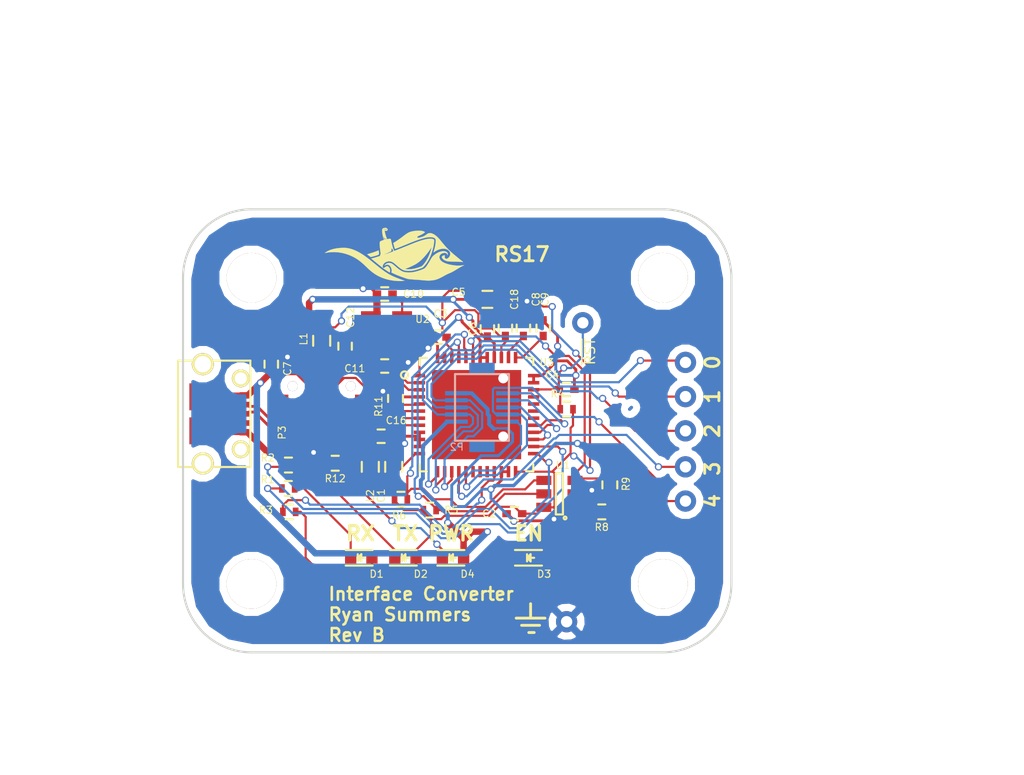
<source format=kicad_pcb>
(kicad_pcb (version 4) (host pcbnew 4.0.5-e0-6337~49~ubuntu16.04.1)
  (title_block (title "Interface Converter Layout") (date 01-28-2017) (rev C) (company "Palouse Robosub") (comment 1 "Ryan Summers"))
  (layers (0 F.Cu signal) (31 B.Cu signal) (34 B.Paste user) (35 F.Paste user) (36 B.SilkS user) (37 F.SilkS user) (38 B.Mask user) (39 F.Mask user) (44 Edge.Cuts user))
  (net 0 "")
  (net 1 +3V3)
  (net 2 GND)
  (net 3 /Vbus)
  (net 4 /Vcore)
  (net 5 /VCCA)
  (net 6 /Vphy)
  (net 7 /Vpll)
  (net 8 "Net-(D1-Pad1)")
  (net 9 "Net-(D2-Pad1)")
  (net 10 "Net-(D3-Pad1)")
  (net 11 /USB+)
  (net 12 /USB-)
  (net 13 /AD3)
  (net 14 /AD0)
  (net 15 /AD2)
  (net 16 /AD4)
  (net 17 /AC3)
  (net 18 /AC4)
  (net 19 /AC5)
  (net 20 /AC2)
  (net 21 /AC1)
  (net 22 "Net-(R8-Pad2)")
  (net 23 "Net-(R11-Pad1)")
  (net 24 /AD1)
  (net 25 /AC0)
  (net 26 "Net-(D4-Pad1)")
  (net 27 /~RST)
  (net 28 /XCSI)
  (net 29 /XCSO)
  (net 30 /eecs)
  (net 31 /eeclk)
  (net 32 /eedata)
  (module Capacitors_SMD:C_0603 (layer F.Cu) (at 123.7488 104.267 90)
    (fp_text reference C1 (at -2.032 -0.889 90) (layer F.SilkS) (effects (font (size 0.508 0.508) (thickness 0.0762))))
    (fp_text value 4.7uF)
    (pad 1 smd rect (at -0.75 0 90) (size 0.8 0.75) (layers F.Cu F.Paste F.Mask) (net 1 +3V3))
    (pad 2 smd rect (at 0.75 0 90) (size 0.8 0.75) (layers F.Cu F.Paste F.Mask) (net 2 GND))
  )
  (module Capacitors_SMD:C_0402 (layer F.Cu) (at 132.2578 107.569 180)
    (fp_text reference C2 (at 1.778 0 180) (layer F.SilkS) (effects (font (size 0.508 0.508) (thickness 0.0762))))
    (fp_text value 100nF)
    (pad 1 smd rect (at -0.55 0 180) (size 0.6 0.5) (layers F.Cu F.Paste F.Mask) (net 1 +3V3))
    (pad 2 smd rect (at 0.55 0 180) (size 0.6 0.5) (layers F.Cu F.Paste F.Mask) (net 2 GND))
  )
  (module Capacitors_SMD:C_0402 (layer F.Cu) (at 126.9238 95.123 180)
    (fp_text reference C3 (at -0.127 1.651 180) (layer F.SilkS) (effects (font (size 0.508 0.508) (thickness 0.0762))))
    (fp_text value 100nF)
    (pad 1 smd rect (at -0.55 0 180) (size 0.6 0.5) (layers F.Cu F.Paste F.Mask) (net 1 +3V3))
    (pad 2 smd rect (at 0.55 0 180) (size 0.6 0.5) (layers F.Cu F.Paste F.Mask) (net 2 GND))
  )
  (module Capacitors_SMD:C_0402 (layer F.Cu) (at 135.9408 98.806)
    (fp_text reference C4 (at -1.016 -1.016) (layer F.SilkS) (effects (font (size 0.508 0.508) (thickness 0.0762))))
    (fp_text value 10nF)
    (pad 1 smd rect (at -0.55 0) (size 0.6 0.5) (layers F.Cu F.Paste F.Mask) (net 27 /~RST))
    (pad 2 smd rect (at 0.55 0) (size 0.6 0.5) (layers F.Cu F.Paste F.Mask) (net 2 GND))
  )
  (module Capacitors_SMD:C_0603 (layer F.Cu) (at 130.3528 92.456)
    (fp_text reference C5 (at -2.032 -0.508) (layer F.SilkS) (effects (font (size 0.508 0.508) (thickness 0.0762))))
    (fp_text value 4.7uF)
    (pad 1 smd rect (at -0.75 0) (size 0.8 0.75) (layers F.Cu F.Paste F.Mask) (net 3 /Vbus))
    (pad 2 smd rect (at 0.75 0) (size 0.8 0.75) (layers F.Cu F.Paste F.Mask) (net 2 GND))
  )
  (module Capacitors_SMD:C_0402 (layer F.Cu) (at 130.3528 94.53 90)
    (fp_text reference C6 (at 0 -1.016 90) (layer F.SilkS) (effects (font (size 0.508 0.508) (thickness 0.0762))))
    (fp_text value 100nF)
    (pad 1 smd rect (at -0.55 0 90) (size 0.6 0.5) (layers F.Cu F.Paste F.Mask) (net 3 /Vbus))
    (pad 2 smd rect (at 0.55 0 90) (size 0.6 0.5) (layers F.Cu F.Paste F.Mask) (net 2 GND))
  )
  (module Capacitors_SMD:C_0402 (layer F.Cu) (at 115.1128 97.028 90)
    (fp_text reference C7 (at -0.3175 1.143 90) (layer F.SilkS) (effects (font (size 0.508 0.508) (thickness 0.0762))))
    (fp_text value 10nF)
    (pad 1 smd rect (at -0.55 0 90) (size 0.6 0.5) (layers F.Cu F.Paste F.Mask) (net 3 /Vbus))
    (pad 2 smd rect (at 0.55 0 90) (size 0.6 0.5) (layers F.Cu F.Paste F.Mask) (net 2 GND))
  )
  (module Capacitors_SMD:C_0402 (layer F.Cu) (at 132.8928 94.488 90)
    (fp_text reference C8 (at 2.032 0.889 90) (layer F.SilkS) (effects (font (size 0.508 0.508) (thickness 0.0762))))
    (fp_text value 100nF)
    (pad 1 smd rect (at -0.55 0 90) (size 0.6 0.5) (layers F.Cu F.Paste F.Mask) (net 4 /Vcore))
    (pad 2 smd rect (at 0.55 0 90) (size 0.6 0.5) (layers F.Cu F.Paste F.Mask) (net 2 GND))
  )
  (module Capacitors_SMD:C_0402 (layer F.Cu) (at 134.2898 94.488 90)
    (fp_text reference C9 (at 2.032 0.127 90) (layer F.SilkS) (effects (font (size 0.508 0.508) (thickness 0.0762))))
    (fp_text value 100nF)
    (pad 1 smd rect (at -0.55 0 90) (size 0.6 0.5) (layers F.Cu F.Paste F.Mask) (net 5 /VCCA))
    (pad 2 smd rect (at 0.55 0 90) (size 0.6 0.5) (layers F.Cu F.Paste F.Mask) (net 2 GND))
  )
  (module Capacitors_SMD:C_0402 (layer F.Cu) (at 123.1138 92.075 180)
    (fp_text reference C10 (at -2.032 0 180) (layer F.SilkS) (effects (font (size 0.508 0.508) (thickness 0.0762))))
    (fp_text value 20pF)
    (pad 1 smd rect (at -0.55 0 180) (size 0.6 0.5) (layers F.Cu F.Paste F.Mask) (net 28 /XCSI))
    (pad 2 smd rect (at 0.55 0 180) (size 0.6 0.5) (layers F.Cu F.Paste F.Mask) (net 2 GND))
  )
  (module Capacitors_SMD:C_0402 (layer F.Cu) (at 123.1138 97.155)
    (fp_text reference C11 (at -2.1082 0.1778) (layer F.SilkS) (effects (font (size 0.508 0.508) (thickness 0.0762))))
    (fp_text value 20pF)
    (pad 1 smd rect (at -0.55 0) (size 0.6 0.5) (layers F.Cu F.Paste F.Mask) (net 29 /XCSO))
    (pad 2 smd rect (at 0.55 0) (size 0.6 0.5) (layers F.Cu F.Paste F.Mask) (net 2 GND))
  )
  (module Capacitors_SMD:C_0402 (layer F.Cu) (at 120.3198 95.758 90)
    (fp_text reference C12 (at 2.032 0.381 90) (layer F.SilkS) (effects (font (size 0.508 0.508) (thickness 0.0762))))
    (fp_text value 100nF)
    (pad 1 smd rect (at -0.55 0 90) (size 0.6 0.5) (layers F.Cu F.Paste F.Mask) (net 6 /Vphy))
    (pad 2 smd rect (at 0.55 0 90) (size 0.6 0.5) (layers F.Cu F.Paste F.Mask) (net 2 GND))
  )
  (module Capacitors_SMD:C_0402 (layer F.Cu) (at 122.8598 102.108)
    (fp_text reference C16 (at 1.0668 -1.1176) (layer F.SilkS) (effects (font (size 0.508 0.508) (thickness 0.0762))))
    (fp_text value 100nF)
    (pad 1 smd rect (at -0.55 0) (size 0.6 0.5) (layers F.Cu F.Paste F.Mask) (net 7 /Vpll))
    (pad 2 smd rect (at 0.55 0) (size 0.6 0.5) (layers F.Cu F.Paste F.Mask) (net 2 GND))
  )
  (module Capacitors_SMD:C_0402 (layer F.Cu) (at 131.6228 94.488 90)
    (fp_text reference C18 (at 2.032 0.635 90) (layer F.SilkS) (effects (font (size 0.508 0.508) (thickness 0.0762))))
    (fp_text value 100nF)
    (pad 1 smd rect (at -0.55 0 90) (size 0.6 0.5) (layers F.Cu F.Paste F.Mask) (net 1 +3V3))
    (pad 2 smd rect (at 0.55 0 90) (size 0.6 0.5) (layers F.Cu F.Paste F.Mask) (net 2 GND))
  )
  (module LEDs:LED_0603 (layer F.Cu) (at 121.4628 110.6805)
    (fp_text reference D1 (at 1.0795 1.143) (layer F.SilkS) (effects (font (size 0.508 0.508) (thickness 0.0762))))
    (fp_text value TX)
    (pad 2 smd rect (at 0.7493 0 180) (size 0.79756 0.79756) (layers F.Cu F.Paste F.Mask) (net 1 +3V3))
    (pad 1 smd rect (at -0.7493 0 180) (size 0.79756 0.79756) (layers F.Cu F.Paste F.Mask) (net 8 "Net-(D1-Pad1)"))
  )
  (module LEDs:LED_0603 (layer F.Cu) (at 124.5743 110.6805)
    (fp_text reference D2 (at 1.0795 1.143) (layer F.SilkS) (effects (font (size 0.508 0.508) (thickness 0.0762))))
    (fp_text value RX)
    (pad 2 smd rect (at 0.7493 0 180) (size 0.79756 0.79756) (layers F.Cu F.Paste F.Mask) (net 1 +3V3))
    (pad 1 smd rect (at -0.7493 0 180) (size 0.79756 0.79756) (layers F.Cu F.Paste F.Mask) (net 9 "Net-(D2-Pad1)"))
  )
  (module LEDs:LED_0603 (layer F.Cu) (at 133.4008 110.6805)
    (fp_text reference D3 (at 0.9525 1.143) (layer F.SilkS) (effects (font (size 0.508 0.508) (thickness 0.0762))))
    (fp_text value ON)
    (pad 2 smd rect (at 0.7493 0 180) (size 0.79756 0.79756) (layers F.Cu F.Paste F.Mask) (net 1 +3V3))
    (pad 1 smd rect (at -0.7493 0 180) (size 0.79756 0.79756) (layers F.Cu F.Paste F.Mask) (net 10 "Net-(D3-Pad1)"))
  )
  (module Capacitors_SMD:C_0603_HandSoldering (layer F.Cu) (at 118.6688 95.377 270)
    (fp_text reference L1 (at -0.127 1.27 270) (layer F.SilkS) (effects (font (size 0.508 0.508) (thickness 0.0762))))
    (fp_text value 1uH)
    (pad 1 smd rect (at -0.95 0 270) (size 1.2 0.75) (layers F.Cu F.Paste F.Mask) (net 1 +3V3))
    (pad 2 smd rect (at 0.95 0 270) (size 1.2 0.75) (layers F.Cu F.Paste F.Mask) (net 6 /Vphy))
  )
  (module Capacitors_SMD:C_0603 (layer F.Cu) (at 122.0978 104.267 90)
    (fp_text reference L2 (at -2.032 0 90) (layer F.SilkS) (effects (font (size 0.508 0.508) (thickness 0.0762))))
    (fp_text value 1uH)
    (pad 1 smd rect (at -0.75 0 90) (size 0.8 0.75) (layers F.Cu F.Paste F.Mask) (net 1 +3V3))
    (pad 2 smd rect (at 0.75 0 90) (size 0.8 0.75) (layers F.Cu F.Paste F.Mask) (net 7 /Vpll))
  )
  (module Resistors_SMD:R_0402 (layer F.Cu) (at 116.3138 105.791 180)
    (fp_text reference R1 (at 1.455 0.635 180) (layer F.SilkS) (effects (font (size 0.508 0.508) (thickness 0.0762))))
    (fp_text value 100)
    (pad 1 smd rect (at -0.45 0 180) (size 0.4 0.6) (layers F.Cu F.Paste F.Mask) (net 8 "Net-(D1-Pad1)"))
    (pad 2 smd rect (at 0.45 0 180) (size 0.4 0.6) (layers F.Cu F.Paste F.Mask) (net 20 /AC2))
  )
  (module Resistors_SMD:R_0402 (layer F.Cu) (at 116.3248 104.14 180)
    (fp_text reference R2 (at 1.466 0.508 180) (layer F.SilkS) (effects (font (size 0.508 0.508) (thickness 0.0762))))
    (fp_text value 65)
    (pad 1 smd rect (at -0.45 0 180) (size 0.4 0.6) (layers F.Cu F.Paste F.Mask) (net 9 "Net-(D2-Pad1)"))
    (pad 2 smd rect (at 0.45 0 180) (size 0.4 0.6) (layers F.Cu F.Paste F.Mask) (net 21 /AC1))
  )
  (module Resistors_SMD:R_0402 (layer F.Cu) (at 116.3828 107.442 180)
    (fp_text reference R3 (at 1.651 0.127 180) (layer F.SilkS) (effects (font (size 0.508 0.508) (thickness 0.0762))))
    (fp_text value 65)
    (pad 1 smd rect (at -0.45 0 180) (size 0.4 0.6) (layers F.Cu F.Paste F.Mask) (net 10 "Net-(D3-Pad1)"))
    (pad 2 smd rect (at 0.45 0 180) (size 0.4 0.6) (layers F.Cu F.Paste F.Mask) (net 25 /AC0))
  )
  (module Resistors_SMD:R_0402 (layer F.Cu) (at 135.9408 100.203 180)
    (fp_text reference R4 (at 0.635 1.0795 180) (layer F.SilkS) (effects (font (size 0.508 0.508) (thickness 0.0762))))
    (fp_text value 10k)
    (pad 1 smd rect (at -0.45 0 180) (size 0.4 0.6) (layers F.Cu F.Paste F.Mask) (net 1 +3V3))
    (pad 2 smd rect (at 0.45 0 180) (size 0.4 0.6) (layers F.Cu F.Paste F.Mask) (net 27 /~RST))
  )
  (module Resistors_SMD:R_0402 (layer F.Cu) (at 126.2888 107.315)
    (fp_text reference R5 (at 1.524 0) (layer F.SilkS) (effects (font (size 0.508 0.508) (thickness 0.0762))))
    (fp_text value 10k)
    (pad 1 smd rect (at -0.45 0) (size 0.4 0.6) (layers F.Cu F.Paste F.Mask) (net 1 +3V3))
    (pad 2 smd rect (at 0.45 0) (size 0.4 0.6) (layers F.Cu F.Paste F.Mask) (net 30 /eecs))
  )
  (module Resistors_SMD:R_0402 (layer F.Cu) (at 124.2568 106.553)
    (fp_text reference R6 (at -0.127 1.143) (layer F.SilkS) (effects (font (size 0.508 0.508) (thickness 0.0762))))
    (fp_text value 10k)
    (pad 1 smd rect (at -0.45 0) (size 0.4 0.6) (layers F.Cu F.Paste F.Mask) (net 1 +3V3))
    (pad 2 smd rect (at 0.45 0) (size 0.4 0.6) (layers F.Cu F.Paste F.Mask) (net 31 /eeclk))
  )
  (module Resistors_SMD:R_0402 (layer F.Cu) (at 138.4228 107.442 180)
    (fp_text reference R8 (at 0.0055 -1.0795 180) (layer F.SilkS) (effects (font (size 0.508 0.508) (thickness 0.0762))))
    (fp_text value 10k)
    (pad 1 smd rect (at -0.45 0 180) (size 0.4 0.6) (layers F.Cu F.Paste F.Mask) (net 1 +3V3))
    (pad 2 smd rect (at 0.45 0 180) (size 0.4 0.6) (layers F.Cu F.Paste F.Mask) (net 22 "Net-(R8-Pad2)"))
  )
  (module Resistors_SMD:R_0402 (layer F.Cu) (at 138.9888 105.537 270)
    (fp_text reference R9 (at -0.0635 -1.143 270) (layer F.SilkS) (effects (font (size 0.508 0.508) (thickness 0.0762))))
    (fp_text value 2k)
    (pad 1 smd rect (at -0.45 0 270) (size 0.4 0.6) (layers F.Cu F.Paste F.Mask) (net 32 /eedata))
    (pad 2 smd rect (at 0.45 0 270) (size 0.4 0.6) (layers F.Cu F.Paste F.Mask) (net 22 "Net-(R8-Pad2)"))
  )
  (module Resistors_SMD:R_0402 (layer F.Cu) (at 123.8758 99.441 90)
    (fp_text reference R11 (at -0.5588 -1.1938 270) (layer F.SilkS) (effects (font (size 0.508 0.508) (thickness 0.0762))))
    (fp_text value 12k/1%)
    (pad 1 smd rect (at -0.45 0 90) (size 0.4 0.6) (layers F.Cu F.Paste F.Mask) (net 23 "Net-(R11-Pad1)"))
    (pad 2 smd rect (at 0.45 0 90) (size 0.4 0.6) (layers F.Cu F.Paste F.Mask) (net 2 GND))
  )
  (module TO_SOT_Packages_SMD:SOT-23-6 (layer F.Cu) (at 135.4328 106.172 180)
    (fp_text reference U1 (at -0.254 2.032 180) (layer F.SilkS) (effects (font (size 0.508 0.508) (thickness 0.0762))))
    (fp_text value 93LCxxB-6)
    (pad 1 smd rect (at -1.1 -0.95 180) (size 1.06 0.65) (layers F.Cu F.Paste F.Mask) (net 22 "Net-(R8-Pad2)"))
    (pad 2 smd rect (at -1.1 0 180) (size 1.06 0.65) (layers F.Cu F.Paste F.Mask) (net 2 GND))
    (pad 3 smd rect (at -1.1 0.95 180) (size 1.06 0.65) (layers F.Cu F.Paste F.Mask) (net 32 /eedata))
    (pad 4 smd rect (at 1.1 0.95 180) (size 1.06 0.65) (layers F.Cu F.Paste F.Mask) (net 31 /eeclk))
    (pad 6 smd rect (at 1.1 -0.95 180) (size 1.06 0.65) (layers F.Cu F.Paste F.Mask) (net 1 +3V3))
    (pad 5 smd rect (at 1.1 0 180) (size 1.06 0.65) (layers F.Cu F.Paste F.Mask) (net 30 /eecs))
  )
  (module robosub_footprints:DFN-4 (layer F.Cu) (at 123.2408 94.742 180)
    (fp_text reference U2 (at -2.54 0.889 180) (layer F.SilkS) (effects (font (size 0.508 0.508) (thickness 0.0762))))
    (fp_text value Osc)
    (pad 2 smd rect (at 1.1 0.85 180) (size 1.4 1.2) (layers F.Cu F.Paste F.Mask) (net 2 GND))
    (pad 1 smd rect (at -1.1 0.85 180) (size 1.4 1.2) (layers F.Cu F.Paste F.Mask) (net 28 /XCSI))
    (pad 4 smd rect (at -1.1 -0.85 180) (size 1.4 1.2) (layers F.Cu F.Paste F.Mask) (net 2 GND))
    (pad 3 smd rect (at 1.1 -0.85 180) (size 1.4 1.2) (layers F.Cu F.Paste F.Mask) (net 29 /XCSO))
  )
  (module LEDs:LED_0603 (layer F.Cu) (at 127.9271 110.6805)
    (fp_text reference D4 (at 1.0287 1.143) (layer F.SilkS) (effects (font (size 0.508 0.508) (thickness 0.077))))
    (fp_text value LED)
    (pad 2 smd rect (at 0.7493 0 180) (size 0.79756 0.79756) (layers F.Cu F.Paste F.Mask) (net 3 /Vbus))
    (pad 1 smd rect (at -0.7493 0 180) (size 0.79756 0.79756) (layers F.Cu F.Paste F.Mask) (net 26 "Net-(D4-Pad1)"))
  )
  (module Resistors_SMD:R_0402 (layer F.Cu) (at 119.6213 104.013 180)
    (fp_text reference R12 (at 0 -1.0795 180) (layer F.SilkS) (effects (font (size 0.508 0.508) (thickness 0.0762))))
    (fp_text value 150)
    (pad 1 smd rect (at -0.45 0 180) (size 0.4 0.6) (layers F.Cu F.Paste F.Mask) (net 26 "Net-(D4-Pad1)"))
    (pad 2 smd rect (at 0.45 0 180) (size 0.4 0.6) (layers F.Cu F.Paste F.Mask) (net 2 GND))
  )
  (module robosub_footprints:QFN_48-8x8 (layer F.Cu) (at 129.5908 100.584)
    (fp_text reference U3 (at 4.953 -3.683) (layer F.SilkS) (effects (font (size 0.508 0.508) (thickness 0.0762))))
    (fp_text value FT232H)
    (pad 32 smd rect (at 4.025 -0.75) (size 0.8 0.25) (layers F.Cu F.Paste F.Mask))
    (pad 49 smd rect (at 0 0) (size 6.29 6.29) (layers F.Cu F.Paste F.Mask))
    (pad 31 smd rect (at 4.025 -0.25) (size 0.8 0.25) (layers F.Cu F.Paste F.Mask))
    (pad 30 smd rect (at 4.025 0.25) (size 0.8 0.25) (layers F.Cu F.Paste F.Mask))
    (pad 33 smd rect (at 4.025 -1.25) (size 0.8 0.25) (layers F.Cu F.Paste F.Mask))
    (pad 34 smd rect (at 4.025 -1.75) (size 0.8 0.25) (layers F.Cu F.Paste F.Mask) (net 27 /~RST))
    (pad 35 smd rect (at 4.025 -2.25) (size 0.8 0.25) (layers F.Cu F.Paste F.Mask) (net 2 GND))
    (pad 36 smd rect (at 4.025 -2.75) (size 0.8 0.25) (layers F.Cu F.Paste F.Mask) (net 2 GND))
    (pad 29 smd rect (at 4.025 0.75) (size 0.8 0.25) (layers F.Cu F.Paste F.Mask) (net 19 /AC5))
    (pad 28 smd rect (at 4.025 1.25) (size 0.8 0.25) (layers F.Cu F.Paste F.Mask) (net 18 /AC4))
    (pad 27 smd rect (at 4.025 1.75) (size 0.8 0.25) (layers F.Cu F.Paste F.Mask) (net 17 /AC3))
    (pad 26 smd rect (at 4.025 2.25) (size 0.8 0.25) (layers F.Cu F.Paste F.Mask) (net 20 /AC2))
    (pad 25 smd rect (at 4.025 2.75) (size 0.8 0.25) (layers F.Cu F.Paste F.Mask) (net 21 /AC1))
    (pad 3 smd rect (at -4.025 -1.75) (size 0.8 0.25) (layers F.Cu F.Paste F.Mask) (net 6 /Vphy))
    (pad 2 smd rect (at -4.025 -2.25) (size 0.8 0.25) (layers F.Cu F.Paste F.Mask) (net 29 /XCSO))
    (pad 1 smd rect (at -4.025 -2.75) (size 0.8 0.25) (layers F.Cu F.Paste F.Mask) (net 28 /XCSI))
    (pad 12 smd rect (at -4.025 2.75) (size 0.8 0.25) (layers F.Cu F.Paste F.Mask) (net 1 +3V3))
    (pad 6 smd rect (at -4.025 -0.25) (size 0.8 0.25) (layers F.Cu F.Paste F.Mask) (net 12 /USB-))
    (pad 5 smd rect (at -4.025 -0.75) (size 0.8 0.25) (layers F.Cu F.Paste F.Mask) (net 23 "Net-(R11-Pad1)"))
    (pad 7 smd rect (at -4.025 0.25) (size 0.8 0.25) (layers F.Cu F.Paste F.Mask) (net 11 /USB+))
    (pad 4 smd rect (at -4.025 -1.25) (size 0.8 0.25) (layers F.Cu F.Paste F.Mask) (net 2 GND))
    (pad 8 smd rect (at -4.025 0.75) (size 0.8 0.25) (layers F.Cu F.Paste F.Mask) (net 7 /Vpll))
    (pad 9 smd rect (at -4.025 1.25) (size 0.8 0.25) (layers F.Cu F.Paste F.Mask) (net 2 GND))
    (pad 10 smd rect (at -4.025 1.75) (size 0.8 0.25) (layers F.Cu F.Paste F.Mask) (net 2 GND))
    (pad 11 smd rect (at -4.025 2.25) (size 0.8 0.25) (layers F.Cu F.Paste F.Mask) (net 2 GND))
    (pad 48 smd rect (at -2.75 -4.025 90) (size 0.8 0.25) (layers F.Cu F.Paste F.Mask) (net 2 GND))
    (pad 47 smd rect (at -2.25 -4.025 90) (size 0.8 0.25) (layers F.Cu F.Paste F.Mask) (net 2 GND))
    (pad 46 smd rect (at -1.75 -4.025 90) (size 0.8 0.25) (layers F.Cu F.Paste F.Mask) (net 1 +3V3))
    (pad 45 smd rect (at -1.25 -4.025 90) (size 0.8 0.25) (layers F.Cu F.Paste F.Mask) (net 30 /eecs))
    (pad 44 smd rect (at -0.75 -4.025 90) (size 0.8 0.25) (layers F.Cu F.Paste F.Mask) (net 31 /eeclk))
    (pad 43 smd rect (at -0.25 -4.025 90) (size 0.8 0.25) (layers F.Cu F.Paste F.Mask) (net 32 /eedata))
    (pad 42 smd rect (at 0.25 -4.025 90) (size 0.8 0.25) (layers F.Cu F.Paste F.Mask) (net 2 GND))
    (pad 39 smd rect (at 1.75 -4.025 90) (size 0.8 0.25) (layers F.Cu F.Paste F.Mask) (net 1 +3V3))
    (pad 40 smd rect (at 1.25 -4.025 90) (size 0.8 0.25) (layers F.Cu F.Paste F.Mask) (net 3 /Vbus))
    (pad 41 smd rect (at 0.75 -4.025 90) (size 0.8 0.25) (layers F.Cu F.Paste F.Mask) (net 2 GND))
    (pad 38 smd rect (at 2.25 -4.025 90) (size 0.8 0.25) (layers F.Cu F.Paste F.Mask) (net 4 /Vcore))
    (pad 37 smd rect (at 2.75 -4.025 90) (size 0.8 0.25) (layers F.Cu F.Paste F.Mask) (net 5 /VCCA))
    (pad 16 smd rect (at -1.25 4.025 90) (size 0.8 0.25) (layers F.Cu F.Paste F.Mask) (net 13 /AD3))
    (pad 13 smd rect (at -2.75 4.025 90) (size 0.8 0.25) (layers F.Cu F.Paste F.Mask) (net 14 /AD0))
    (pad 14 smd rect (at -2.25 4.025 90) (size 0.8 0.25) (layers F.Cu F.Paste F.Mask) (net 24 /AD1))
    (pad 15 smd rect (at -1.75 4.025 90) (size 0.8 0.25) (layers F.Cu F.Paste F.Mask) (net 15 /AD2))
    (pad 17 smd rect (at -0.75 4.025 90) (size 0.8 0.25) (layers F.Cu F.Paste F.Mask) (net 16 /AD4))
    (pad 18 smd rect (at -0.25 4.025 90) (size 0.8 0.25) (layers F.Cu F.Paste F.Mask))
    (pad 19 smd rect (at 0.25 4.025 90) (size 0.8 0.25) (layers F.Cu F.Paste F.Mask))
    (pad 21 smd rect (at 1.25 4.025 90) (size 0.8 0.25) (layers F.Cu F.Paste F.Mask) (net 25 /AC0))
    (pad 20 smd rect (at 0.75 4.025 90) (size 0.8 0.25) (layers F.Cu F.Paste F.Mask))
    (pad 22 smd rect (at 1.75 4.025 90) (size 0.8 0.25) (layers F.Cu F.Paste F.Mask) (net 2 GND))
    (pad 23 smd rect (at 2.25 4.025 90) (size 0.8 0.25) (layers F.Cu F.Paste F.Mask) (net 2 GND))
    (pad 24 smd rect (at 2.75 4.025 90) (size 0.8 0.25) (layers F.Cu F.Paste F.Mask) (net 1 +3V3))
  )
  (module robosub_footprints:USB-Micro-B-TH (layer F.Cu) (at 113.6368 100.527 270)
    (fp_text reference P1 hide)
    (fp_text value USB_OTG)
    (pad 3 smd rect (at 0 0.675 270) (size 0.4 1.35) (layers F.Cu F.Paste F.Mask) (net 11 /USB+))
    (pad 2 smd rect (at -0.65 0.675 270) (size 0.4 1.35) (layers F.Cu F.Paste F.Mask) (net 12 /USB-))
    (pad 4 smd rect (at 0.65 0.675 270) (size 0.4 1.35) (layers F.Cu F.Paste F.Mask))
    (pad 5 smd rect (at 1.3 0.675 270) (size 0.4 1.35) (layers F.Cu F.Paste F.Mask) (net 2 GND))
    (pad 1 smd rect (at -1.3 0.675 270) (size 0.4 1.35) (layers F.Cu F.Paste F.Mask) (net 3 /Vbus))
    (pad "" smd rect (at 1.2 3.35 270) (size 1.9 1.9) (layers F.Cu F.Paste F.Mask))
    (pad "" smd rect (at -1.2 3.35 270) (size 1.9 1.9) (layers F.Cu F.Paste F.Mask))
    (pad "" thru_hole circle (at -2.5 0.675 270) (size 1.25 1.25) (drill 0.85) (layers *.Cu *.Mask F.SilkS))
    (pad "" thru_hole circle (at 2.5 0.675 270) (size 1.25 1.25) (drill 0.85) (layers *.Cu *.Mask F.SilkS))
    (pad "" thru_hole circle (at -3.5 3.35 270) (size 1.55 1.55) (drill 1.15) (layers *.Cu *.Mask F.SilkS))
    (pad "" thru_hole circle (at 3.5 3.35 270) (size 1.55 1.55) (drill 1.15) (layers *.Cu *.Mask F.SilkS))
  )
  (module Measurement_Points:Measurement_Point_Round-TH_Small (layer F.Cu) (at 137.0838 94.107)
    (fp_text reference W1 hide)
    (fp_text value TEST_1P)
    (pad 1 thru_hole circle (at 0 0) (size 1.5 1.5) (drill 0.8) (layers *.Cu *.Mask) (net 27 /~RST))
  )
  (module robosub_footprints:3mm-10pos-outer-receptacle (layer F.Cu) (at 118.6688 100.076)
    (fp_text reference P3 (at -2.794 1.778 90) (layer F.SilkS) (effects (font (size 0.5 0.5) (thickness 0.075))))
    (fp_text value Mezzanine-Header)
    (pad "" thru_hole circle (at 2.05 -1.5) (size 0.7 0.7) (drill 0.7) (layers *.Cu *.Mask))
    (pad "" thru_hole circle (at -2.05 -1.5) (size 0.7 0.7) (drill 0.7) (layers *.Cu *.Mask))
    (pad 6 smd rect (at 0 1.8) (size 0.3 1.6) (layers F.Cu F.Paste F.Mask) (net 2 GND))
    (pad 10 smd rect (at 1 1.8) (size 0.3 1.6) (layers F.Cu F.Paste F.Mask) (net 11 /USB+))
    (pad 8 smd rect (at 0.5 1.8) (size 0.3 1.6) (layers F.Cu F.Paste F.Mask) (net 2 GND))
    (pad 2 smd rect (at -1 1.8) (size 0.3 1.6) (layers F.Cu F.Paste F.Mask) (net 2 GND))
    (pad 4 smd rect (at -0.5 1.8) (size 0.3 1.6) (layers F.Cu F.Paste F.Mask) (net 2 GND))
    (pad 5 smd rect (at 0 -1.8) (size 0.3 1.6) (layers F.Cu F.Paste F.Mask) (net 3 /Vbus))
    (pad 3 smd rect (at -0.5 -1.8) (size 0.3 1.6) (layers F.Cu F.Paste F.Mask) (net 3 /Vbus))
    (pad 1 smd rect (at -1 -1.8) (size 0.3 1.6) (layers F.Cu F.Paste F.Mask) (net 3 /Vbus))
    (pad 9 smd rect (at 1 -1.8) (size 0.3 1.6) (layers F.Cu F.Paste F.Mask) (net 12 /USB-))
    (pad 7 smd rect (at 0.5 -1.8) (size 0.3 1.6) (layers F.Cu F.Paste F.Mask) (net 3 /Vbus))
    (pad "" smd rect (at 2.75 0) (size 0.8 1.8) (layers F.Cu F.Paste F.Mask))
    (pad "" smd rect (at -2.75 0) (size 0.8 1.8) (layers F.Cu F.Paste F.Mask))
  )
  (module Measurement_Points:Measurement_Point_Round-TH_Small (layer F.Cu) (at 144.3228 106.68 90)
    (fp_text reference P8 hide)
    (fp_text value TST)
    (pad 1 thru_hole circle (at 0 0 90) (size 1.5 1.5) (drill 0.8) (layers *.Cu *.Mask) (net 16 /AD4))
  )
  (module Measurement_Points:Measurement_Point_Round-TH_Small (layer F.Cu) (at 144.3228 104.267 90)
    (fp_text reference P9 hide)
    (fp_text value TST)
    (pad 1 thru_hole circle (at 0 0 90) (size 1.5 1.5) (drill 0.8) (layers *.Cu *.Mask) (net 13 /AD3))
  )
  (module Measurement_Points:Measurement_Point_Round-TH_Small (layer F.Cu) (at 144.3228 101.727 90)
    (fp_text reference P10 hide)
    (fp_text value TST)
    (pad 1 thru_hole circle (at 0 0 90) (size 1.5 1.5) (drill 0.8) (layers *.Cu *.Mask) (net 15 /AD2))
  )
  (module Measurement_Points:Measurement_Point_Round-TH_Small (layer F.Cu) (at 144.3228 99.314 90)
    (fp_text reference P11 hide)
    (fp_text value TST)
    (pad 1 thru_hole circle (at 0 0 90) (size 1.5 1.5) (drill 0.8) (layers *.Cu *.Mask) (net 24 /AD1))
  )
  (module Measurement_Points:Measurement_Point_Round-TH_Small (layer F.Cu) (at 144.3228 96.901 90)
    (fp_text reference P12 hide)
    (fp_text value TST)
    (pad 1 thru_hole circle (at 0 0 90) (size 1.5 1.5) (drill 0.8) (layers *.Cu *.Mask) (net 14 /AD0))
  )
  (module Measurement_Points:Measurement_Point_Round-TH_Small (layer F.Cu) (at 135.9408 115.189)
    (fp_text reference P13 hide)
    (fp_text value TST)
    (pad 1 thru_hole circle (at 0 0) (size 1.5 1.5) (drill 0.8) (layers *.Cu *.Mask) (net 2 GND))
  )
  (module robosub_footprints:3mm-spacer (layer F.Cu) (at 142.7353 90.932)
    (fp_text reference P4 hide)
    (fp_text value CONN_01X01 hide)
    (pad "" thru_hole circle (at 0 0) (size 3.5 3.5) (drill 3.5) (layers *.Cu *.Mask F.SilkS))
  )
  (module robosub_footprints:3mm-spacer (layer F.Cu) (at 113.7158 112.522)
    (fp_text reference P5 hide)
    (fp_text value CONN_01X01 hide)
    (pad "" thru_hole circle (at 0 0) (size 3.5 3.5) (drill 3.5) (layers *.Cu *.Mask F.SilkS))
  )
  (module robosub_footprints:3mm-spacer (layer F.Cu) (at 142.7353 112.522)
    (fp_text reference P6 hide)
    (fp_text value CONN_01X01 hide)
    (pad "" thru_hole circle (at 0 0) (size 3.5 3.5) (drill 3.5) (layers *.Cu *.Mask F.SilkS))
  )
  (module robosub_footprints:3mm-spacer (layer F.Cu) (at 113.7158 90.932)
    (fp_text reference P7 hide)
    (fp_text value CONN_01X01 hide)
    (pad "" thru_hole circle (at 0 0) (size 3.5 3.5) (drill 3.5) (layers *.Cu *.Mask F.SilkS))
  )
  (module robosub_footprints:3mm-10pos-outer-shroud (layer B.Cu) (at 129.9718 100.076 90)
    (fp_text reference P2 (at -2.794 -1.778 360) (layer B.SilkS) (effects (font (size 0.5 0.5) (thickness 0.075)) (justify mirror)))
    (fp_text value Mezzanine-Receptacle)
    (pad "" thru_hole circle (at 2.05 1.5 90) (size 0.7 0.7) (drill 0.7) (layers *.Cu *.Mask))
    (pad "" thru_hole circle (at -2.05 1.5 90) (size 0.7 0.7) (drill 0.7) (layers *.Cu *.Mask))
    (pad 5 smd rect (at 0 -1.8 90) (size 0.3 1.6) (layers B.Cu B.Paste B.Mask) (net 24 /AD1))
    (pad 9 smd rect (at 1 -1.8 90) (size 0.3 1.6) (layers B.Cu B.Paste B.Mask) (net 2 GND))
    (pad 7 smd rect (at 0.5 -1.8 90) (size 0.3 1.6) (layers B.Cu B.Paste B.Mask) (net 15 /AD2))
    (pad 1 smd rect (at -1 -1.8 90) (size 0.3 1.6) (layers B.Cu B.Paste B.Mask) (net 3 /Vbus))
    (pad 3 smd rect (at -0.5 -1.8 90) (size 0.3 1.6) (layers B.Cu B.Paste B.Mask) (net 14 /AD0))
    (pad 6 smd rect (at 0 1.8 90) (size 0.3 1.6) (layers B.Cu B.Paste B.Mask) (net 17 /AC3))
    (pad 4 smd rect (at -0.5 1.8 90) (size 0.3 1.6) (layers B.Cu B.Paste B.Mask) (net 16 /AD4))
    (pad 2 smd rect (at -1 1.8 90) (size 0.3 1.6) (layers B.Cu B.Paste B.Mask) (net 13 /AD3))
    (pad 10 smd rect (at 1 1.8 90) (size 0.3 1.6) (layers B.Cu B.Paste B.Mask) (net 19 /AC5))
    (pad 8 smd rect (at 0.5 1.8 90) (size 0.3 1.6) (layers B.Cu B.Paste B.Mask) (net 18 /AC4))
    (pad "" smd rect (at 2.75 0 90) (size 0.8 1.8) (layers B.Cu B.Paste B.Mask))
    (pad "" smd rect (at -2.75 0 90) (size 0.8 1.8) (layers B.Cu B.Paste B.Mask))
  )
  (module robosub_footprints:robosub_logo-medium (layer F.Cu) (at 123.8758 89.408)
    (fp_text reference G*** hide)
    (fp_text value LOGO hide)
  )
  (gr_text ~RST (at 137.5918 96.139 90) (layer F.SilkS) (effects (font (size 0.7 0.7) (thickness 0.1))))
  (gr_text 0 (at 146.2278 96.901 90) (layer F.SilkS) (effects (font (size 1 1) (thickness 0.2))))
  (gr_text 1 (at 146.2278 99.314 90) (layer F.SilkS) (effects (font (size 1 1) (thickness 0.2))))
  (gr_text 2 (at 146.2278 101.727 90) (layer F.SilkS) (effects (font (size 1 1) (thickness 0.2))))
  (gr_text 3 (at 146.2278 104.394 90) (layer F.SilkS) (effects (font (size 1 1) (thickness 0.2))))
  (gr_text 4 (at 146.2278 106.68 90) (layer F.SilkS) (effects (font (size 1 1) (thickness 0.2))))
  (gr_line (start 133.4008 114.935) (end 133.4008 113.919) (layer F.SilkS) (width 0.2))
  (gr_line (start 133.2738 115.951) (end 133.6548 115.951) (layer F.SilkS) (width 0.2))
  (gr_line (start 134.0358 115.443) (end 132.7658 115.443) (layer F.SilkS) (width 0.2))
  (gr_line (start 132.3848 114.935) (end 134.4168 114.935) (layer F.SilkS) (width 0.2))
  (gr_text RS17 (at 130.7338 89.281) (layer F.SilkS) (effects (font (size 1 1) (thickness 0.2)) (justify left)))
  (gr_text "Interface Converter\nRyan Summers\nRev B" (at 119.0498 114.681) (layer F.SilkS) (effects (font (size 0.9 0.9) (thickness 0.18)) (justify left)))
  (gr_arc (start 113.7158 90.932) (end 108.8898 90.932) (angle 90) (layer Edge.Cuts) (width 0.15))
  (gr_arc (start 113.7158 112.522) (end 113.7158 117.348) (angle 90) (layer Edge.Cuts) (width 0.15))
  (gr_arc (start 142.7353 112.522) (end 147.5613 112.522) (angle 90) (layer Edge.Cuts) (width 0.15))
  (gr_arc (start 142.7353 90.932) (end 142.7988 86.106) (angle 89.2) (layer Edge.Cuts) (width 0.15))
  (gr_text EN (at 133.2738 108.966) (layer F.SilkS) (effects (font (size 1.016 1.016) (thickness 0.2286))))
  (gr_text TX (at 124.5743 108.966) (layer F.SilkS) (effects (font (size 1.016 1.016) (thickness 0.2286))))
  (gr_text RX (at 121.3993 108.966) (layer F.SilkS) (effects (font (size 1.016 1.016) (thickness 0.2286))))
  (gr_text PWR (at 127.8128 108.966) (layer F.SilkS) (effects (font (size 1.016 1.016) (thickness 0.2286))))
  (gr_line (start 108.8898 112.522) (end 108.8898 90.932) (layer Edge.Cuts) (width 0.15))
  (gr_line (start 142.7353 117.348) (end 113.7158 117.348) (layer Edge.Cuts) (width 0.15))
  (gr_line (start 147.5613 90.932) (end 147.5613 112.522) (layer Edge.Cuts) (width 0.15))
  (gr_line (start 113.7158 86.106) (end 142.7988 86.106) (layer Edge.Cuts) (width 0.15))
  (segment (start 140.3858 100.203) (end 140.5128 100.076) (width 0.2388) (layer B.Cu) (net 0))
  (segment (start 136.220199 101.526184) (end 136.3908 101.355583) (width 0.1524) (layer F.Cu) (net 1))
  (segment (start 136.3908 101.355583) (end 136.3908 100.203) (width 0.1524) (layer F.Cu) (net 1))
  (segment (start 131.089401 107.086399) (end 130.454401 107.721399) (width 0.1524) (layer F.Cu) (net 1))
  (segment (start 132.7578 107.569) (end 132.275199 107.086399) (width 0.1524) (layer F.Cu) (net 1))
  (segment (start 132.275199 107.086399) (end 131.089401 107.086399) (width 0.1524) (layer F.Cu) (net 1))
  (segment (start 130.454401 107.721399) (end 127.327151 107.721399) (width 0.1524) (layer F.Cu) (net 1))
  (segment (start 132.8078 107.569) (end 132.7578 107.569) (width 0.1524) (layer F.Cu) (net 1))
  (segment (start 127.327151 107.721399) (end 127.09855 107.95) (width 0.1524) (layer F.Cu) (net 1))
  (segment (start 127.09855 107.95) (end 126.3738 107.95) (width 0.1524) (layer F.Cu) (net 1))
  (segment (start 127.1778 94.107) (end 126.0348 92.964) (width 0.1524) (layer B.Cu) (net 1))
  (segment (start 126.0348 92.964) (end 120.5738 92.964) (width 0.1524) (layer B.Cu) (net 1))
  (segment (start 120.5738 92.964) (end 120.0658 93.472) (width 0.1524) (layer B.Cu) (net 1))
  (segment (start 120.0658 93.472) (end 120.0658 93.98) (width 0.1524) (layer B.Cu) (net 1))
  (segment (start 125.3236 110.6805) (end 125.3236 111.125) (width 0.1524) (layer F.Cu) (net 1))
  (segment (start 125.3236 111.125) (end 125.3236 111.23168) (width 0.1524) (layer F.Cu) (net 1))
  (segment (start 131.170681 110.053119) (end 129.915919 111.307881) (width 0.1524) (layer F.Cu) (net 1))
  (segment (start 129.915919 111.307881) (end 125.506481 111.307881) (width 0.1524) (layer F.Cu) (net 1))
  (segment (start 125.506481 111.307881) (end 125.3236 111.125) (width 0.1524) (layer F.Cu) (net 1))
  (segment (start 134.1501 110.6805) (end 134.1501 110.12932) (width 0.1524) (layer F.Cu) (net 1))
  (segment (start 134.1501 110.12932) (end 134.073899 110.053119) (width 0.1524) (layer F.Cu) (net 1))
  (segment (start 134.073899 110.053119) (end 131.170681 110.053119) (width 0.1524) (layer F.Cu) (net 1))
  (segment (start 125.3236 110.6805) (end 125.3236 110.12932) (width 0.1524) (layer F.Cu) (net 1))
  (segment (start 125.3236 110.12932) (end 126.3738 109.07912) (width 0.1524) (layer F.Cu) (net 1))
  (segment (start 126.3738 109.07912) (end 126.3738 107.95) (width 0.1524) (layer F.Cu) (net 1))
  (segment (start 122.2121 111.23168) (end 122.2121 110.6805) (width 0.1524) (layer F.Cu) (net 1))
  (segment (start 122.288301 111.307881) (end 122.2121 111.23168) (width 0.1524) (layer F.Cu) (net 1))
  (segment (start 125.3236 111.23168) (end 125.247399 111.307881) (width 0.1524) (layer F.Cu) (net 1))
  (segment (start 125.247399 111.307881) (end 122.288301 111.307881) (width 0.1524) (layer F.Cu) (net 1))
  (segment (start 133.178199 91.852399) (end 134.2898 92.964) (width 0.1524) (layer F.Cu) (net 1))
  (segment (start 134.2898 92.964) (end 134.9248 92.964) (width 0.1524) (layer F.Cu) (net 1))
  (via (at 134.9248 92.964) (size 0.508) (drill 0.3302) (layers F.Cu B.Cu) (net 1))
  (segment (start 127.1778 92.329) (end 127.654401 91.852399) (width 0.1524) (layer F.Cu) (net 1))
  (segment (start 127.654401 91.852399) (end 133.178199 91.852399) (width 0.1524) (layer F.Cu) (net 1))
  (segment (start 127.1778 94.107) (end 127.1778 92.329) (width 0.1524) (layer F.Cu) (net 1))
  (segment (start 129.4638 93.218) (end 128.0668 93.218) (width 0.1524) (layer F.Cu) (net 1))
  (segment (start 128.0668 93.218) (end 127.1778 94.107) (width 0.1524) (layer F.Cu) (net 1))
  (segment (start 129.7178 93.472) (end 129.4638 93.218) (width 0.1524) (layer F.Cu) (net 1))
  (segment (start 129.7178 94.234) (end 129.7178 93.472) (width 0.1524) (layer F.Cu) (net 1))
  (segment (start 129.992401 94.508601) (end 129.7178 94.234) (width 0.1524) (layer F.Cu) (net 1))
  (segment (start 130.691001 94.508601) (end 129.992401 94.508601) (width 0.1524) (layer F.Cu) (net 1))
  (segment (start 138.8728 107.442) (end 138.8728 107.542) (width 0.1524) (layer F.Cu) (net 1))
  (segment (start 138.444199 107.970601) (end 135.863801 107.970601) (width 0.1524) (layer F.Cu) (net 1))
  (segment (start 138.8728 107.542) (end 138.444199 107.970601) (width 0.1524) (layer F.Cu) (net 1))
  (segment (start 135.863801 107.970601) (end 135.0152 107.122) (width 0.1524) (layer F.Cu) (net 1))
  (segment (start 135.0152 107.122) (end 134.3328 107.122) (width 0.1524) (layer F.Cu) (net 1))
  (segment (start 131.2204 95.038) (end 130.691001 94.508601) (width 0.1524) (layer F.Cu) (net 1))
  (segment (start 131.6228 95.038) (end 131.2204 95.038) (width 0.1524) (layer F.Cu) (net 1))
  (segment (start 127.5238 95.123) (end 127.4738 95.123) (width 0.1524) (layer F.Cu) (net 1))
  (segment (start 126.3738 107.95) (end 125.8388 107.415) (width 0.1524) (layer F.Cu) (net 1))
  (segment (start 125.8388 107.415) (end 125.8388 107.315) (width 0.1524) (layer F.Cu) (net 1))
  (segment (start 127.4738 95.5254) (end 127.4738 95.123) (width 0.1524) (layer F.Cu) (net 1))
  (segment (start 127.8408 95.992252) (end 127.4738 95.625252) (width 0.1524) (layer F.Cu) (net 1))
  (segment (start 127.8408 96.559) (end 127.8408 95.992252) (width 0.1524) (layer F.Cu) (net 1))
  (segment (start 127.4738 95.625252) (end 127.4738 95.5254) (width 0.1524) (layer F.Cu) (net 1))
  (segment (start 132.3408 104.609) (end 134.9248 104.609) (width 0.1524) (layer F.Cu) (net 1))
  (segment (start 135.091401 107.045799) (end 135.0152 107.122) (width 0.1524) (layer F.Cu) (net 1))
  (segment (start 132.8078 107.569) (end 133.8858 107.569) (width 0.1524) (layer F.Cu) (net 1))
  (segment (start 133.8858 107.569) (end 134.3328 107.122) (width 0.1524) (layer F.Cu) (net 1))
  (segment (start 125.8388 107.315) (end 124.4688 107.315) (width 0.1524) (layer F.Cu) (net 1))
  (segment (start 124.4688 107.315) (end 123.8068 106.653) (width 0.1524) (layer F.Cu) (net 1))
  (segment (start 123.8068 106.653) (end 123.8068 106.553) (width 0.1524) (layer F.Cu) (net 1))
  (segment (start 123.8068 106.553) (end 123.8068 105.075) (width 0.1524) (layer F.Cu) (net 1))
  (segment (start 123.8068 105.075) (end 123.7488 105.017) (width 0.1524) (layer F.Cu) (net 1))
  (segment (start 127.1778 94.107) (end 127.1778 94.827) (width 0.1524) (layer F.Cu) (net 1))
  (segment (start 127.1778 94.827) (end 127.4738 95.123) (width 0.1524) (layer F.Cu) (net 1))
  (segment (start 127.0508 93.98) (end 127.1778 94.107) (width 0.1524) (layer B.Cu) (net 1))
  (via (at 127.1778 94.107) (size 0.508) (drill 0.3302) (layers F.Cu B.Cu) (net 1))
  (segment (start 118.6688 94.427) (end 119.6188 94.427) (width 0.1524) (layer F.Cu) (net 1))
  (segment (start 119.6188 94.427) (end 120.0658 93.98) (width 0.1524) (layer F.Cu) (net 1))
  (via (at 120.0658 93.98) (size 0.508) (drill 0.3302) (layers F.Cu B.Cu) (net 1))
  (segment (start 131.6228 95.038) (end 131.6228 95.4904) (width 0.1524) (layer F.Cu) (net 1))
  (segment (start 131.6228 95.4904) (end 131.3408 95.7724) (width 0.1524) (layer F.Cu) (net 1))
  (segment (start 131.3408 95.7724) (end 131.3408 96.0066) (width 0.1524) (layer F.Cu) (net 1))
  (segment (start 131.3408 96.0066) (end 131.3408 96.559) (width 0.1524) (layer F.Cu) (net 1))
  (segment (start 125.5658 103.334) (end 125.2908 103.334) (width 0.1524) (layer F.Cu) (net 1))
  (segment (start 125.2908 103.334) (end 123.7488 104.876) (width 0.1524) (layer F.Cu) (net 1))
  (segment (start 123.7488 104.876) (end 123.7488 105.017) (width 0.1524) (layer F.Cu) (net 1))
  (segment (start 122.0978 105.017) (end 122.6252 105.017) (width 0.1524) (layer F.Cu) (net 1))
  (segment (start 122.6252 105.017) (end 123.7488 105.017) (width 0.1524) (layer F.Cu) (net 1))
  (segment (start 134.9248 92.964) (end 134.9248 94.585386) (width 0.1524) (layer B.Cu) (net 1))
  (segment (start 134.9248 94.585386) (end 136.336608 95.997194) (width 0.1524) (layer B.Cu) (net 1))
  (segment (start 136.220199 103.313601) (end 134.9248 104.609) (width 0.1524) (layer F.Cu) (net 1))
  (segment (start 134.9248 104.609) (end 134.986282 104.609) (width 0.1524) (layer F.Cu) (net 1))
  (segment (start 134.986282 104.609) (end 135.091401 104.714119) (width 0.1524) (layer F.Cu) (net 1))
  (segment (start 135.091401 104.714119) (end 135.091401 107.045799) (width 0.1524) (layer F.Cu) (net 1))
  (segment (start 136.220199 101.526184) (end 136.220199 103.313601) (width 0.1524) (layer F.Cu) (net 1))
  (segment (start 136.844606 96.505192) (end 136.590607 96.251193) (width 0.1524) (layer F.Cu) (net 1))
  (via (at 136.590607 96.251193) (size 0.508) (drill 0.3302) (layers F.Cu B.Cu) (net 1))
  (segment (start 136.336608 95.997194) (end 136.590607 96.251193) (width 0.1524) (layer B.Cu) (net 1))
  (segment (start 137.5918 97.252386) (end 136.844606 96.505192) (width 0.1524) (layer F.Cu) (net 1))
  (segment (start 137.5918 104.521) (end 137.5918 97.252386) (width 0.1524) (layer F.Cu) (net 1))
  (segment (start 136.4488 103.505) (end 136.411598 103.505) (width 0.1524) (layer F.Cu) (net 1))
  (segment (start 136.411598 103.505) (end 136.220199 103.313601) (width 0.1524) (layer F.Cu) (net 1))
  (segment (start 137.5918 104.521) (end 136.5758 103.505) (width 0.1524) (layer B.Cu) (net 1))
  (segment (start 136.5758 103.505) (end 136.4488 103.505) (width 0.1524) (layer B.Cu) (net 1))
  (via (at 136.4488 103.505) (size 0.508) (drill 0.3302) (layers F.Cu B.Cu) (net 1))
  (via (at 137.5918 104.521) (size 0.508) (drill 0.3302) (layers F.Cu B.Cu) (net 1))
  (segment (start 130.856452 105.588875) (end 130.602453 105.842874) (width 0.2388) (layer B.Cu) (net 2))
  (segment (start 136.7028 102.616) (end 135.1788 102.616) (width 0.2388) (layer B.Cu) (net 2))
  (segment (start 135.1788 102.616) (end 132.205925 105.588875) (width 0.2388) (layer B.Cu) (net 2))
  (segment (start 132.205925 105.588875) (end 130.856452 105.588875) (width 0.2388) (layer B.Cu) (net 2))
  (segment (start 127.9398 107.061) (end 127.840353 106.961553) (width 0.2) (layer B.Cu) (net 2))
  (segment (start 127.840353 106.961553) (end 127.840353 105.552956) (width 0.2) (layer B.Cu) (net 2))
  (segment (start 130.602453 105.842874) (end 130.003652 105.842874) (width 0.2) (layer B.Cu) (net 2))
  (segment (start 130.003652 105.842874) (end 128.785526 107.061) (width 0.2) (layer B.Cu) (net 2))
  (segment (start 128.785526 107.061) (end 127.9398 107.061) (width 0.2) (layer B.Cu) (net 2))
  (segment (start 127.840353 105.552956) (end 129.914908 103.478401) (width 0.2) (layer B.Cu) (net 2))
  (segment (start 131.141399 103.478401) (end 132.1308 102.489) (width 0.2) (layer B.Cu) (net 2))
  (segment (start 132.1308 102.489) (end 132.1308 101.92867) (width 0.2) (layer B.Cu) (net 2))
  (segment (start 132.1308 101.92867) (end 131.749529 101.547399) (width 0.2) (layer B.Cu) (net 2))
  (segment (start 129.914908 103.478401) (end 131.141399 103.478401) (width 0.2) (layer B.Cu) (net 2))
  (segment (start 130.602453 106.488366) (end 132.223203 108.109116) (width 0.2) (layer B.Cu) (net 2))
  (segment (start 130.602453 105.842874) (end 130.602453 106.488366) (width 0.2) (layer B.Cu) (net 2))
  (via (at 132.223203 108.109116) (size 0.508) (drill 0.3302) (layers F.Cu B.Cu) (net 2))
  (segment (start 131.749529 101.547399) (end 130.873159 101.547399) (width 0.1524) (layer B.Cu) (net 2))
  (segment (start 130.873159 101.547399) (end 130.820558 101.6) (width 0.1524) (layer B.Cu) (net 2))
  (segment (start 130.4798 100.665928) (end 130.4798 101.259242) (width 0.2788) (layer B.Cu) (net 2))
  (segment (start 130.4798 101.259242) (end 130.820558 101.6) (width 0.2788) (layer B.Cu) (net 2))
  (segment (start 128.1718 99.076) (end 129.2506 99.076) (width 0.2788) (layer B.Cu) (net 2))
  (segment (start 129.2506 99.076) (end 130.375188 100.200588) (width 0.2788) (layer B.Cu) (net 2))
  (segment (start 130.375188 100.200588) (end 130.375189 100.561317) (width 0.2788) (layer B.Cu) (net 2))
  (segment (start 130.375189 100.561317) (end 130.4798 100.665928) (width 0.2788) (layer B.Cu) (net 2))
  (segment (start 134.2898 93.988) (end 135.3058 95.004) (width 0.2) (layer F.Cu) (net 2))
  (segment (start 135.3058 95.004) (end 135.3058 95.758) (width 0.2) (layer F.Cu) (net 2))
  (segment (start 135.3058 95.758) (end 135.3058 96.11721) (width 0.2) (layer B.Cu) (net 2))
  (segment (start 135.1788 96.24421) (end 135.1788 97.452274) (width 0.2) (layer B.Cu) (net 2))
  (segment (start 135.1788 97.452274) (end 135.541916 97.81539) (width 0.2) (layer B.Cu) (net 2))
  (segment (start 135.541916 97.81539) (end 136.230294 97.81539) (width 0.2) (layer B.Cu) (net 2))
  (segment (start 135.3058 96.11721) (end 135.1788 96.24421) (width 0.2) (layer B.Cu) (net 2))
  (segment (start 136.230294 97.81539) (end 136.589504 97.81539) (width 0.2) (layer B.Cu) (net 2))
  (via (at 135.3058 95.758) (size 0.508) (drill 0.3302) (layers F.Cu B.Cu) (net 2))
  (segment (start 134.2898 93.938) (end 134.2898 93.988) (width 0.2) (layer F.Cu) (net 2))
  (segment (start 118.0973 103.251) (end 114.8608 103.251) (width 0.454) (layer F.Cu) (net 2))
  (segment (start 114.8608 103.251) (end 113.4368 101.827) (width 0.454) (layer F.Cu) (net 2))
  (segment (start 113.4368 101.827) (end 112.9618 101.827) (width 0.454) (layer F.Cu) (net 2))
  (segment (start 118.6688 101.876) (end 119.139399 101.876) (width 0.454) (layer F.Cu) (net 2))
  (segment (start 118.1688 101.876) (end 118.6688 101.876) (width 0.454) (layer F.Cu) (net 2))
  (segment (start 118.1688 101.876) (end 117.6688 101.876) (width 0.454) (layer F.Cu) (net 2))
  (segment (start 118.0973 103.251) (end 118.0973 101.9475) (width 0.454) (layer F.Cu) (net 2))
  (segment (start 118.0973 101.9475) (end 118.1688 101.876) (width 0.454) (layer F.Cu) (net 2))
  (segment (start 136.4908 98.806) (end 136.4908 97.914094) (width 0.2) (layer F.Cu) (net 2))
  (segment (start 136.589504 97.45618) (end 136.589504 97.81539) (width 0.2) (layer F.Cu) (net 2))
  (segment (start 135.983152 96.790978) (end 136.589504 97.39733) (width 0.2) (layer F.Cu) (net 2))
  (segment (start 136.589504 97.39733) (end 136.589504 97.45618) (width 0.2) (layer F.Cu) (net 2))
  (segment (start 135.258822 96.790978) (end 135.983152 96.790978) (width 0.2) (layer F.Cu) (net 2))
  (segment (start 133.6158 97.834) (end 134.2158 97.834) (width 0.2) (layer F.Cu) (net 2))
  (segment (start 134.2158 97.834) (end 135.258822 96.790978) (width 0.2) (layer F.Cu) (net 2))
  (via (at 136.589504 97.81539) (size 0.508) (drill 0.3302) (layers F.Cu B.Cu) (net 2))
  (segment (start 136.4908 97.914094) (end 136.589504 97.81539) (width 0.2) (layer F.Cu) (net 2))
  (segment (start 135.9408 115.189) (end 136.690799 114.439001) (width 0.2388) (layer F.Cu) (net 2))
  (segment (start 136.690799 109.588999) (end 135.305799 108.203999) (width 0.2388) (layer F.Cu) (net 2))
  (segment (start 135.305799 108.203999) (end 135.0518 107.95) (width 0.2388) (layer F.Cu) (net 2))
  (segment (start 136.690799 114.439001) (end 136.690799 109.588999) (width 0.2388) (layer F.Cu) (net 2))
  (segment (start 138.9888 104.394) (end 138.9888 104.648) (width 0.2388) (layer B.Cu) (net 2))
  (segment (start 138.9888 104.648) (end 137.7188 105.918) (width 0.2388) (layer B.Cu) (net 2))
  (segment (start 137.2108 102.616) (end 138.9888 104.394) (width 0.2388) (layer B.Cu) (net 2))
  (segment (start 136.7028 102.616) (end 137.2108 102.616) (width 0.2388) (layer B.Cu) (net 2))
  (segment (start 136.7028 102.616) (end 136.9568 102.87) (width 0.2388) (layer B.Cu) (net 2))
  (segment (start 130.706926 105.842874) (end 130.602453 105.842874) (width 0.2) (layer F.Cu) (net 2))
  (via (at 130.602453 105.842874) (size 0.508) (drill 0.3302) (layers F.Cu B.Cu) (net 2))
  (segment (start 131.3408 105.209) (end 130.706926 105.842874) (width 0.2) (layer F.Cu) (net 2))
  (segment (start 131.3408 104.609) (end 131.3408 105.209) (width 0.2) (layer F.Cu) (net 2))
  (segment (start 119.1713 104.013) (end 118.8593 104.013) (width 0.454) (layer F.Cu) (net 2))
  (segment (start 118.8593 104.013) (end 118.0973 103.251) (width 0.454) (layer F.Cu) (net 2))
  (via (at 118.0973 103.251) (size 0.508) (drill 0.3302) (layers F.Cu B.Cu) (net 2))
  (segment (start 121.5898 91.694) (end 122.1828 91.694) (width 0.2) (layer F.Cu) (net 2))
  (segment (start 122.1828 91.694) (end 122.5638 92.075) (width 0.2) (layer F.Cu) (net 2))
  (segment (start 131.7498 92.583) (end 130.8608 91.694) (width 0.2) (layer B.Cu) (net 2))
  (segment (start 130.8608 91.694) (end 121.5898 91.694) (width 0.2) (layer B.Cu) (net 2))
  (via (at 121.5898 91.694) (size 0.508) (drill 0.3302) (layers F.Cu B.Cu) (net 2))
  (segment (start 133.1468 92.583) (end 131.7498 92.583) (width 0.2) (layer B.Cu) (net 2))
  (segment (start 131.6228 93.938) (end 131.6228 93.888) (width 0.2) (layer F.Cu) (net 2))
  (segment (start 131.6228 93.888) (end 132.9278 92.583) (width 0.2) (layer F.Cu) (net 2))
  (segment (start 132.9278 92.583) (end 133.1468 92.583) (width 0.2) (layer F.Cu) (net 2))
  (via (at 133.1468 92.583) (size 0.508) (drill 0.3302) (layers F.Cu B.Cu) (net 2))
  (segment (start 124.5108 102.616) (end 124.5108 100.457) (width 0.2) (layer B.Cu) (net 2))
  (segment (start 124.5108 100.457) (end 122.9868 98.933) (width 0.2) (layer B.Cu) (net 2))
  (segment (start 123.4098 102.108) (end 124.0028 102.108) (width 0.2) (layer F.Cu) (net 2))
  (segment (start 124.0028 102.108) (end 124.5108 102.616) (width 0.2) (layer F.Cu) (net 2))
  (via (at 124.5108 102.616) (size 0.508) (drill 0.3302) (layers F.Cu B.Cu) (net 2))
  (segment (start 133.6158 98.334) (end 133.6158 97.834) (width 0.2) (layer F.Cu) (net 2))
  (segment (start 126.1618 95.885) (end 125.7808 95.885) (width 0.2) (layer B.Cu) (net 2))
  (segment (start 125.7808 95.885) (end 124.7648 96.901) (width 0.2) (layer B.Cu) (net 2))
  (segment (start 123.8758 98.991) (end 123.0448 98.991) (width 0.2) (layer F.Cu) (net 2))
  (segment (start 123.0448 98.991) (end 122.9868 98.933) (width 0.2) (layer F.Cu) (net 2))
  (via (at 122.9868 98.933) (size 0.508) (drill 0.3302) (layers F.Cu B.Cu) (net 2))
  (segment (start 123.8758 98.991) (end 124.2188 99.334) (width 0.2) (layer F.Cu) (net 2))
  (segment (start 124.2188 99.334) (end 125.5658 99.334) (width 0.2) (layer F.Cu) (net 2))
  (segment (start 136.5328 106.172) (end 137.4648 106.172) (width 0.2) (layer F.Cu) (net 2))
  (segment (start 137.4648 106.172) (end 137.7188 105.918) (width 0.2) (layer F.Cu) (net 2))
  (via (at 137.7188 105.918) (size 0.508) (drill 0.3302) (layers F.Cu B.Cu) (net 2))
  (segment (start 131.7078 107.569) (end 131.7578 107.569) (width 0.2) (layer F.Cu) (net 2))
  (segment (start 132.260201 108.071401) (end 134.930399 108.071401) (width 0.2) (layer F.Cu) (net 2))
  (segment (start 131.7578 107.569) (end 132.260201 108.071401) (width 0.2) (layer F.Cu) (net 2))
  (segment (start 134.930399 108.071401) (end 135.0518 107.95) (width 0.2) (layer F.Cu) (net 2))
  (via (at 135.0518 107.95) (size 0.508) (drill 0.3302) (layers F.Cu B.Cu) (net 2))
  (via (at 136.7028 102.616) (size 0.508) (drill 0.3302) (layers F.Cu B.Cu) (net 2))
  (segment (start 131.3408 104.609) (end 131.8408 104.609) (width 0.2) (layer F.Cu) (net 2))
  (segment (start 128.3208 93.726) (end 126.1618 95.885) (width 0.2) (layer B.Cu) (net 2))
  (segment (start 126.3738 95.123) (end 126.3738 95.673) (width 0.2) (layer F.Cu) (net 2))
  (segment (start 126.3738 95.673) (end 126.1618 95.885) (width 0.2) (layer F.Cu) (net 2))
  (via (at 126.1618 95.885) (size 0.508) (drill 0.3302) (layers F.Cu B.Cu) (net 2))
  (segment (start 126.8408 96.559) (end 126.8408 95.59) (width 0.2) (layer F.Cu) (net 2))
  (segment (start 126.8408 95.59) (end 126.3738 95.123) (width 0.2) (layer F.Cu) (net 2))
  (segment (start 127.3408 96.559) (end 126.8408 96.559) (width 0.2) (layer F.Cu) (net 2))
  (segment (start 124.3408 95.592) (end 124.3408 96.477) (width 0.2) (layer F.Cu) (net 2))
  (segment (start 124.3408 96.477) (end 124.7648 96.901) (width 0.2) (layer F.Cu) (net 2))
  (via (at 124.7648 96.901) (size 0.508) (drill 0.3302) (layers F.Cu B.Cu) (net 2))
  (segment (start 129.8408 95.32011) (end 128.574799 94.054109) (width 0.2) (layer F.Cu) (net 2))
  (segment (start 128.574799 94.054109) (end 128.574799 93.979999) (width 0.2) (layer F.Cu) (net 2))
  (segment (start 129.8408 96.559) (end 129.8408 95.32011) (width 0.2) (layer F.Cu) (net 2))
  (segment (start 128.574799 93.979999) (end 128.3208 93.726) (width 0.2) (layer F.Cu) (net 2))
  (via (at 128.3208 93.726) (size 0.508) (drill 0.3302) (layers F.Cu B.Cu) (net 2))
  (segment (start 115.1128 96.478) (end 116.2138 96.478) (width 0.2) (layer F.Cu) (net 2))
  (segment (start 116.2138 96.478) (end 116.2558 96.52) (width 0.2) (layer F.Cu) (net 2))
  (via (at 116.2558 96.52) (size 0.508) (drill 0.3302) (layers F.Cu B.Cu) (net 2))
  (segment (start 123.4098 102.108) (end 125.3398 102.108) (width 0.2) (layer F.Cu) (net 2))
  (segment (start 125.3398 102.108) (end 125.5658 102.334) (width 0.2) (layer F.Cu) (net 2))
  (segment (start 125.5658 101.834) (end 125.5658 102.334) (width 0.2) (layer F.Cu) (net 2))
  (segment (start 125.5658 102.834) (end 125.5658 102.334) (width 0.2) (layer F.Cu) (net 2))
  (segment (start 129.8408 96.559) (end 130.3408 96.559) (width 0.2) (layer F.Cu) (net 2))
  (segment (start 123.7488 103.517) (end 123.7488 102.447) (width 0.508) (layer F.Cu) (net 2))
  (segment (start 123.7488 102.447) (end 123.4098 102.108) (width 0.508) (layer F.Cu) (net 2))
  (segment (start 132.8928 93.938) (end 134.2898 93.938) (width 0.508) (layer F.Cu) (net 2))
  (segment (start 131.6228 93.938) (end 132.8928 93.938) (width 0.508) (layer F.Cu) (net 2))
  (segment (start 130.3528 93.98) (end 131.5808 93.98) (width 0.508) (layer F.Cu) (net 2))
  (segment (start 131.5808 93.98) (end 131.6228 93.938) (width 0.508) (layer F.Cu) (net 2))
  (segment (start 131.6228 93.938) (end 131.6228 92.976) (width 0.508) (layer F.Cu) (net 2))
  (segment (start 131.6228 92.976) (end 131.1028 92.456) (width 0.508) (layer F.Cu) (net 2))
  (segment (start 124.3408 95.592) (end 123.8368 95.592) (width 0.508) (layer F.Cu) (net 2))
  (segment (start 122.472322 93.892) (end 122.1408 93.892) (width 0.508) (layer F.Cu) (net 2))
  (segment (start 123.8368 95.592) (end 123.247201 95.002401) (width 0.508) (layer F.Cu) (net 2))
  (segment (start 123.247201 95.002401) (end 123.247201 94.666879) (width 0.508) (layer F.Cu) (net 2))
  (segment (start 123.247201 94.666879) (end 122.472322 93.892) (width 0.508) (layer F.Cu) (net 2))
  (segment (start 123.6638 97.155) (end 123.6638 96.269) (width 0.508) (layer F.Cu) (net 2))
  (segment (start 123.6638 96.269) (end 124.3408 95.592) (width 0.508) (layer F.Cu) (net 2))
  (segment (start 120.3198 95.208) (end 121.6358 93.892) (width 0.508) (layer F.Cu) (net 2))
  (segment (start 121.6358 93.892) (end 122.1408 93.892) (width 0.508) (layer F.Cu) (net 2))
  (segment (start 122.5638 92.075) (end 122.5638 93.469) (width 0.508) (layer F.Cu) (net 2))
  (segment (start 122.5638 93.469) (end 122.1408 93.892) (width 0.508) (layer F.Cu) (net 2))
  (segment (start 125.659035 105.744483) (end 127.5588 107.644248) (width 0.2788) (layer B.Cu) (net 3))
  (segment (start 127.5588 107.84479) (end 127.5588 108.204) (width 0.2788) (layer B.Cu) (net 3))
  (segment (start 127.5588 107.644248) (end 127.5588 107.84479) (width 0.2788) (layer B.Cu) (net 3))
  (segment (start 125.659035 105.220513) (end 125.659035 105.744483) (width 0.2788) (layer B.Cu) (net 3))
  (segment (start 127.5218 101.076) (end 125.806486 102.791314) (width 0.2788) (layer B.Cu) (net 3))
  (segment (start 125.806486 105.073062) (end 125.659035 105.220513) (width 0.2788) (layer B.Cu) (net 3))
  (segment (start 125.806486 102.791314) (end 125.806486 105.073062) (width 0.2788) (layer B.Cu) (net 3))
  (segment (start 128.1718 101.076) (end 127.5218 101.076) (width 0.2788) (layer B.Cu) (net 3))
  (segment (start 128.6764 109.4359) (end 128.6764 109.3216) (width 0.454) (layer F.Cu) (net 3))
  (segment (start 128.6764 109.3216) (end 127.5588 108.204) (width 0.454) (layer F.Cu) (net 3))
  (segment (start 114.096801 106.242699) (end 114.096801 98.593999) (width 0.454) (layer B.Cu) (net 3))
  (segment (start 118.217102 110.363) (end 114.096801 106.242699) (width 0.454) (layer B.Cu) (net 3))
  (segment (start 114.096801 98.593999) (end 114.3508 98.34) (width 0.454) (layer B.Cu) (net 3))
  (segment (start 128.8288 110.363) (end 118.217102 110.363) (width 0.454) (layer B.Cu) (net 3))
  (via (at 127.5588 108.204) (size 0.508) (drill 0.3302) (layers F.Cu B.Cu) (net 3))
  (segment (start 130.3528 108.839) (end 128.8288 110.363) (width 0.454) (layer B.Cu) (net 3))
  (segment (start 119.0278 98.276) (end 119.139399 98.276) (width 0.454) (layer F.Cu) (net 3))
  (segment (start 118.6688 98.276) (end 119.0278 98.276) (width 0.454) (layer F.Cu) (net 3))
  (segment (start 115.1128 97.578) (end 114.3508 98.34) (width 0.454) (layer F.Cu) (net 3))
  (segment (start 114.3508 98.34) (end 113.4638 99.227) (width 0.454) (layer F.Cu) (net 3))
  (via (at 114.3508 98.34) (size 0.508) (drill 0.3302) (layers F.Cu B.Cu) (net 3))
  (segment (start 113.4638 99.227) (end 112.9618 99.227) (width 0.454) (layer F.Cu) (net 3))
  (segment (start 117.6688 98.276) (end 116.9708 97.578) (width 0.454) (layer F.Cu) (net 3))
  (segment (start 116.9708 97.578) (end 115.1128 97.578) (width 0.454) (layer F.Cu) (net 3))
  (segment (start 118.1688 98.276) (end 118.6688 98.276) (width 0.454) (layer F.Cu) (net 3))
  (segment (start 117.6688 98.276) (end 118.1688 98.276) (width 0.454) (layer F.Cu) (net 3))
  (segment (start 117.779801 96.509999) (end 117.6688 96.621) (width 0.454) (layer F.Cu) (net 3))
  (segment (start 117.6688 96.621) (end 117.6688 98.276) (width 0.454) (layer F.Cu) (net 3))
  (segment (start 129.2733 108.839) (end 130.3528 108.839) (width 0.454) (layer F.Cu) (net 3))
  (via (at 130.3528 108.839) (size 0.508) (drill 0.3302) (layers F.Cu B.Cu) (net 3))
  (segment (start 128.6764 109.8931) (end 128.6764 109.4359) (width 0.454) (layer F.Cu) (net 3))
  (segment (start 128.6764 109.4359) (end 129.2733 108.839) (width 0.454) (layer F.Cu) (net 3))
  (segment (start 128.6764 110.6805) (end 128.6764 109.8931) (width 0.454) (layer F.Cu) (net 3))
  (segment (start 117.779801 96.509999) (end 117.779801 92.709999) (width 0.454) (layer F.Cu) (net 3))
  (segment (start 117.779801 92.709999) (end 118.0338 92.456) (width 0.454) (layer F.Cu) (net 3))
  (segment (start 127.9398 92.456) (end 118.0338 92.456) (width 0.454) (layer B.Cu) (net 3))
  (segment (start 129.6028 92.456) (end 127.9398 92.456) (width 0.2) (layer F.Cu) (net 3))
  (via (at 127.9398 92.456) (size 0.508) (drill 0.3302) (layers F.Cu B.Cu) (net 3))
  (segment (start 129.336799 94.317725) (end 130.099074 95.08) (width 0.2) (layer F.Cu) (net 3))
  (segment (start 130.099074 95.08) (end 130.3528 95.08) (width 0.2) (layer F.Cu) (net 3))
  (segment (start 129.336799 93.979999) (end 129.336799 94.317725) (width 0.2) (layer F.Cu) (net 3))
  (segment (start 129.0828 93.726) (end 129.336799 93.979999) (width 0.2) (layer F.Cu) (net 3))
  (segment (start 127.9398 92.456) (end 127.9398 92.583) (width 0.2) (layer B.Cu) (net 3))
  (segment (start 127.9398 92.583) (end 129.0828 93.726) (width 0.2) (layer B.Cu) (net 3))
  (via (at 129.0828 93.726) (size 0.508) (drill 0.3302) (layers F.Cu B.Cu) (net 3))
  (segment (start 117.9258 92.564) (end 118.0338 92.456) (width 0.2) (layer F.Cu) (net 3))
  (via (at 118.0338 92.456) (size 0.508) (drill 0.3302) (layers F.Cu B.Cu) (net 3))
  (segment (start 130.8408 96.559) (end 130.8408 95.568) (width 0.2) (layer F.Cu) (net 3))
  (segment (start 130.8408 95.568) (end 130.3528 95.08) (width 0.2) (layer F.Cu) (net 3))
  (segment (start 132.8928 95.038) (end 132.8928 95.088) (width 0.1524) (layer F.Cu) (net 4))
  (segment (start 132.8928 95.088) (end 131.8408 96.14) (width 0.1524) (layer F.Cu) (net 4))
  (segment (start 131.8408 96.14) (end 131.8408 96.559) (width 0.1524) (layer F.Cu) (net 4))
  (segment (start 132.3408 96.559) (end 132.8188 96.559) (width 0.1524) (layer F.Cu) (net 5))
  (segment (start 132.8188 96.559) (end 134.2898 95.088) (width 0.1524) (layer F.Cu) (net 5))
  (segment (start 134.2898 95.088) (end 134.2898 95.038) (width 0.1524) (layer F.Cu) (net 5))
  (segment (start 124.2568 98.298) (end 122.7122 98.298) (width 0.1524) (layer F.Cu) (net 6))
  (segment (start 122.7122 98.298) (end 120.7222 96.308) (width 0.1524) (layer F.Cu) (net 6))
  (segment (start 120.7222 96.308) (end 120.3198 96.308) (width 0.1524) (layer F.Cu) (net 6))
  (segment (start 124.7928 98.834) (end 124.2568 98.298) (width 0.1524) (layer F.Cu) (net 6))
  (segment (start 125.5658 98.834) (end 124.7928 98.834) (width 0.1524) (layer F.Cu) (net 6))
  (segment (start 118.6688 96.327) (end 120.3008 96.327) (width 0.1524) (layer F.Cu) (net 6))
  (segment (start 120.3008 96.327) (end 120.3198 96.308) (width 0.1524) (layer F.Cu) (net 6))
  (segment (start 122.0978 103.517) (end 122.0978 102.32) (width 0.1524) (layer F.Cu) (net 7))
  (segment (start 122.0978 102.32) (end 122.3098 102.108) (width 0.1524) (layer F.Cu) (net 7))
  (segment (start 122.3098 102.108) (end 122.3098 101.7056) (width 0.1524) (layer F.Cu) (net 7))
  (segment (start 122.3098 101.7056) (end 122.6814 101.334) (width 0.1524) (layer F.Cu) (net 7))
  (segment (start 122.6814 101.334) (end 125.0134 101.334) (width 0.1524) (layer F.Cu) (net 7))
  (segment (start 125.0134 101.334) (end 125.5658 101.334) (width 0.1524) (layer F.Cu) (net 7))
  (segment (start 120.7135 110.12932) (end 120.7135 110.6805) (width 0.1524) (layer F.Cu) (net 8))
  (segment (start 116.7638 105.791) (end 117.41455 105.791) (width 0.1524) (layer F.Cu) (net 8))
  (segment (start 120.7135 109.08995) (end 120.7135 110.12932) (width 0.1524) (layer F.Cu) (net 8))
  (segment (start 117.41455 105.791) (end 120.7135 109.08995) (width 0.1524) (layer F.Cu) (net 8))
  (segment (start 123.825 110.6805) (end 123.825 110.12932) (width 0.1524) (layer F.Cu) (net 9))
  (segment (start 123.825 110.12932) (end 117.83568 104.14) (width 0.1524) (layer F.Cu) (net 9))
  (segment (start 117.83568 104.14) (end 117.1272 104.14) (width 0.1524) (layer F.Cu) (net 9))
  (segment (start 117.1272 104.14) (end 116.7748 104.14) (width 0.1524) (layer F.Cu) (net 9))
  (segment (start 130.182608 111.612692) (end 131.1148 110.6805) (width 0.1524) (layer F.Cu) (net 10))
  (segment (start 131.1148 110.6805) (end 132.6515 110.6805) (width 0.1524) (layer F.Cu) (net 10))
  (segment (start 121.709181 111.307881) (end 122.013992 111.612692) (width 0.1524) (layer F.Cu) (net 10))
  (segment (start 122.013992 111.612692) (end 130.182608 111.612692) (width 0.1524) (layer F.Cu) (net 10))
  (segment (start 117.5385 110.6805) (end 118.165881 111.307881) (width 0.1524) (layer F.Cu) (net 10))
  (segment (start 118.165881 111.307881) (end 121.709181 111.307881) (width 0.1524) (layer F.Cu) (net 10))
  (segment (start 117.5385 110.6805) (end 117.5385 107.7953) (width 0.1524) (layer F.Cu) (net 10))
  (segment (start 117.5385 107.7953) (end 117.1852 107.442) (width 0.1524) (layer F.Cu) (net 10))
  (segment (start 117.1852 107.442) (end 116.8328 107.442) (width 0.1524) (layer F.Cu) (net 10))
  (segment (start 119.9388 101.854) (end 119.8118 101.727) (width 0.1524) (layer F.Cu) (net 11))
  (segment (start 119.9388 101.876) (end 120.0878 101.876) (width 0.1524) (layer F.Cu) (net 11))
  (segment (start 119.6688 101.876) (end 119.9388 101.876) (width 0.1524) (layer F.Cu) (net 11))
  (segment (start 119.9388 101.876) (end 119.9388 101.854) (width 0.1524) (layer F.Cu) (net 11))
  (segment (start 120.0878 101.876) (end 119.9388 101.727) (width 0.1524) (layer F.Cu) (net 11))
  (segment (start 119.8118 101.6) (end 119.9388 101.727) (width 0.1524) (layer F.Cu) (net 11))
  (segment (start 120.0878 101.876) (end 120.1928 101.876) (width 0.1524) (layer F.Cu) (net 11))
  (segment (start 121.330282 101.876) (end 120.1928 101.876) (width 0.1524) (layer F.Cu) (net 11))
  (segment (start 120.1928 101.876) (end 119.6688 101.352) (width 0.1524) (layer F.Cu) (net 11))
  (segment (start 119.6688 101.352) (end 119.6688 100.641) (width 0.1524) (layer F.Cu) (net 11))
  (segment (start 125.5658 100.834) (end 122.372282 100.834) (width 0.1524) (layer F.Cu) (net 11))
  (segment (start 122.372282 100.834) (end 121.330282 101.876) (width 0.1524) (layer F.Cu) (net 11))
  (segment (start 119.1768 100.149) (end 119.6688 100.641) (width 0.2) (layer F.Cu) (net 11))
  (segment (start 119.6688 100.641) (end 119.6688 101.876) (width 0.2) (layer F.Cu) (net 11))
  (segment (start 117.735642 100.149) (end 119.1768 100.149) (width 0.2) (layer F.Cu) (net 11))
  (segment (start 117.2178 100.666842) (end 117.735642 100.149) (width 0.2) (layer F.Cu) (net 11))
  (segment (start 117.2178 101.047842) (end 117.2178 100.666842) (width 0.2) (layer F.Cu) (net 11))
  (segment (start 116.587387 101.678255) (end 117.2178 101.047842) (width 0.2) (layer F.Cu) (net 11))
  (segment (start 115.228991 101.678255) (end 116.587387 101.678255) (width 0.2) (layer F.Cu) (net 11))
  (segment (start 113.952736 100.402) (end 115.228991 101.678255) (width 0.2) (layer F.Cu) (net 11))
  (segment (start 112.9618 100.527) (end 113.4368 100.527) (width 0.2) (layer F.Cu) (net 11))
  (segment (start 113.4368 100.527) (end 113.5618 100.402) (width 0.2) (layer F.Cu) (net 11))
  (segment (start 113.5618 100.402) (end 113.952736 100.402) (width 0.2) (layer F.Cu) (net 11))
  (segment (start 119.858401 98.251399) (end 120.0658 98.044) (width 0.1524) (layer F.Cu) (net 12))
  (segment (start 119.858401 97.997399) (end 119.858401 98.251399) (width 0.1524) (layer F.Cu) (net 12))
  (segment (start 120.239401 97.997399) (end 119.9388 97.997399) (width 0.1524) (layer F.Cu) (net 12))
  (segment (start 119.858401 97.997399) (end 119.9388 97.997399) (width 0.1524) (layer F.Cu) (net 12))
  (segment (start 119.8222 98.425) (end 119.8178 98.425) (width 0.1524) (layer F.Cu) (net 12))
  (segment (start 119.8178 98.425) (end 119.6688 98.276) (width 0.1524) (layer F.Cu) (net 12))
  (segment (start 120.239401 97.997399) (end 120.239401 98.007799) (width 0.1524) (layer F.Cu) (net 12))
  (segment (start 120.239401 98.007799) (end 119.8222 98.425) (width 0.1524) (layer F.Cu) (net 12))
  (segment (start 125.5658 100.334) (end 123.407318 100.334) (width 0.1524) (layer F.Cu) (net 12))
  (segment (start 123.407318 100.334) (end 121.070717 97.997399) (width 0.1524) (layer F.Cu) (net 12))
  (segment (start 121.070717 97.997399) (end 120.239401 97.997399) (width 0.1524) (layer F.Cu) (net 12))
  (segment (start 112.9618 99.877) (end 113.4368 99.877) (width 0.2) (layer F.Cu) (net 12))
  (segment (start 117.569958 99.749) (end 119.1958 99.749) (width 0.2) (layer F.Cu) (net 12))
  (segment (start 113.4368 99.877) (end 113.5618 100.002) (width 0.2) (layer F.Cu) (net 12))
  (segment (start 116.421703 101.278255) (end 116.8178 100.882158) (width 0.2) (layer F.Cu) (net 12))
  (segment (start 113.5618 100.002) (end 114.11842 100.002) (width 0.2) (layer F.Cu) (net 12))
  (segment (start 114.11842 100.002) (end 115.394675 101.278255) (width 0.2) (layer F.Cu) (net 12))
  (segment (start 115.394675 101.278255) (end 116.421703 101.278255) (width 0.2) (layer F.Cu) (net 12))
  (segment (start 116.8178 100.882158) (end 116.8178 100.501158) (width 0.2) (layer F.Cu) (net 12))
  (segment (start 116.8178 100.501158) (end 117.569958 99.749) (width 0.2) (layer F.Cu) (net 12))
  (segment (start 119.1958 99.749) (end 119.6688 99.276) (width 0.2) (layer F.Cu) (net 12))
  (segment (start 119.6688 99.276) (end 119.6688 98.276) (width 0.2) (layer F.Cu) (net 12))
  (segment (start 135.415651 102.013989) (end 135.161651 102.267989) (width 0.1524) (layer B.Cu) (net 13))
  (segment (start 128.902083 106.344646) (end 128.542873 106.344646) (width 0.1524) (layer B.Cu) (net 13))
  (segment (start 132.146639 105.156) (end 130.090729 105.156) (width 0.1524) (layer B.Cu) (net 13))
  (segment (start 135.161651 102.267989) (end 135.03465 102.267989) (width 0.1524) (layer B.Cu) (net 13))
  (segment (start 142.4178 104.267) (end 140.164789 102.013989) (width 0.1524) (layer B.Cu) (net 13))
  (segment (start 130.090729 105.156) (end 128.902083 106.344646) (width 0.1524) (layer B.Cu) (net 13))
  (segment (start 135.03465 102.267989) (end 132.146639 105.156) (width 0.1524) (layer B.Cu) (net 13))
  (segment (start 140.164789 102.013989) (end 135.415651 102.013989) (width 0.1524) (layer B.Cu) (net 13))
  (segment (start 132.7242 102.6576) (end 130.8608 104.521) (width 0.1524) (layer B.Cu) (net 13))
  (segment (start 128.288874 106.090647) (end 128.542873 106.344646) (width 0.1524) (layer B.Cu) (net 13))
  (segment (start 130.8608 104.521) (end 129.337035 104.521) (width 0.1524) (layer B.Cu) (net 13))
  (segment (start 131.7718 101.076) (end 132.4218 101.076) (width 0.1524) (layer B.Cu) (net 13))
  (segment (start 132.4218 101.076) (end 132.7242 101.3784) (width 0.1524) (layer B.Cu) (net 13))
  (segment (start 129.337035 104.521) (end 128.288874 105.569161) (width 0.1524) (layer B.Cu) (net 13))
  (segment (start 128.288874 105.569161) (end 128.288874 106.090647) (width 0.1524) (layer B.Cu) (net 13))
  (segment (start 132.7242 101.3784) (end 132.7242 102.6576) (width 0.1524) (layer B.Cu) (net 13))
  (segment (start 128.3408 106.142573) (end 128.542873 106.344646) (width 0.1524) (layer F.Cu) (net 13))
  (segment (start 128.3408 104.609) (end 128.3408 106.142573) (width 0.1524) (layer F.Cu) (net 13))
  (via (at 128.542873 106.344646) (size 0.508) (drill 0.3302) (layers F.Cu B.Cu) (net 13))
  (segment (start 142.4178 104.267) (end 144.3228 104.267) (width 0.1524) (layer F.Cu) (net 13))
  (via (at 142.4178 104.267) (size 0.508) (drill 0.3302) (layers F.Cu B.Cu) (net 13))
  (segment (start 128.478645 101.454601) (end 126.204836 103.72841) (width 0.1524) (layer B.Cu) (net 14))
  (segment (start 129.3368 100.7886) (end 129.3368 101.219) (width 0.1524) (layer B.Cu) (net 14))
  (segment (start 126.8408 104.609) (end 126.8408 104.884) (width 0.1524) (layer F.Cu) (net 14))
  (segment (start 126.204836 105.123288) (end 126.204836 105.482498) (width 0.1524) (layer B.Cu) (net 14))
  (segment (start 129.101199 101.454601) (end 128.478645 101.454601) (width 0.1524) (layer B.Cu) (net 14))
  (segment (start 128.1718 100.576) (end 129.1242 100.576) (width 0.1524) (layer B.Cu) (net 14))
  (segment (start 129.1242 100.576) (end 129.3368 100.7886) (width 0.1524) (layer B.Cu) (net 14))
  (segment (start 126.242302 105.482498) (end 126.204836 105.482498) (width 0.1524) (layer F.Cu) (net 14))
  (segment (start 126.8408 104.884) (end 126.242302 105.482498) (width 0.1524) (layer F.Cu) (net 14))
  (segment (start 126.204836 103.72841) (end 126.204836 105.123288) (width 0.1524) (layer B.Cu) (net 14))
  (via (at 126.204836 105.482498) (size 0.508) (drill 0.3302) (layers F.Cu B.Cu) (net 14))
  (segment (start 129.3368 101.219) (end 129.101199 101.454601) (width 0.1524) (layer B.Cu) (net 14))
  (segment (start 127.2194 100.576) (end 128.1718 100.576) (width 0.1524) (layer B.Cu) (net 14))
  (segment (start 125.806178 98.172488) (end 125.806178 99.566512) (width 0.1524) (layer B.Cu) (net 14))
  (segment (start 126.815666 100.576) (end 127.2194 100.576) (width 0.1524) (layer B.Cu) (net 14))
  (segment (start 129.973288 95.402378) (end 129.338288 96.037378) (width 0.1524) (layer B.Cu) (net 14))
  (segment (start 125.806178 99.566512) (end 126.815666 100.576) (width 0.1524) (layer B.Cu) (net 14))
  (segment (start 135.559798 98.297998) (end 132.664179 95.402378) (width 0.1524) (layer B.Cu) (net 14))
  (segment (start 132.664179 95.402378) (end 129.973288 95.402378) (width 0.1524) (layer B.Cu) (net 14))
  (segment (start 139.623802 98.297998) (end 135.559798 98.297998) (width 0.1524) (layer B.Cu) (net 14))
  (segment (start 129.338288 96.037378) (end 127.941288 96.037378) (width 0.1524) (layer B.Cu) (net 14))
  (segment (start 141.1478 96.774) (end 139.623802 98.297998) (width 0.1524) (layer B.Cu) (net 14))
  (segment (start 127.941288 96.037378) (end 125.806178 98.172488) (width 0.1524) (layer B.Cu) (net 14))
  (segment (start 141.1478 96.774) (end 144.1958 96.774) (width 0.1524) (layer F.Cu) (net 14))
  (segment (start 144.1958 96.774) (end 144.3228 96.901) (width 0.1524) (layer F.Cu) (net 14))
  (via (at 141.1478 96.774) (size 0.508) (drill 0.3302) (layers F.Cu B.Cu) (net 14))
  (segment (start 128.978318 102.108) (end 127.333943 103.752375) (width 0.1524) (layer B.Cu) (net 15))
  (segment (start 127.333943 105.3024) (end 127.333943 105.66161) (width 0.1524) (layer B.Cu) (net 15))
  (via (at 127.333943 105.66161) (size 0.508) (drill 0.3302) (layers F.Cu B.Cu) (net 15))
  (segment (start 127.34059 105.66161) (end 127.333943 105.66161) (width 0.1524) (layer F.Cu) (net 15))
  (segment (start 127.8408 104.609) (end 127.8408 105.1614) (width 0.1524) (layer F.Cu) (net 15))
  (segment (start 129.984789 101.510078) (end 129.386867 102.108) (width 0.1524) (layer B.Cu) (net 15))
  (segment (start 129.984789 100.436589) (end 129.984789 101.510078) (width 0.1524) (layer B.Cu) (net 15))
  (segment (start 127.333943 103.752375) (end 127.333943 105.3024) (width 0.1524) (layer B.Cu) (net 15))
  (segment (start 127.8408 105.1614) (end 127.34059 105.66161) (width 0.1524) (layer F.Cu) (net 15))
  (segment (start 129.386867 102.108) (end 128.978318 102.108) (width 0.1524) (layer B.Cu) (net 15))
  (segment (start 129.1242 99.576) (end 129.984789 100.436589) (width 0.1524) (layer B.Cu) (net 15))
  (segment (start 128.1718 99.576) (end 129.1242 99.576) (width 0.1524) (layer B.Cu) (net 15))
  (segment (start 126.4158 99.314) (end 126.6778 99.576) (width 0.1524) (layer B.Cu) (net 15))
  (segment (start 126.6778 99.576) (end 128.1718 99.576) (width 0.1524) (layer B.Cu) (net 15))
  (segment (start 126.4158 98.425) (end 126.4158 99.314) (width 0.1524) (layer B.Cu) (net 15))
  (segment (start 128.1938 96.647) (end 126.4158 98.425) (width 0.1524) (layer B.Cu) (net 15))
  (segment (start 129.590799 96.647) (end 128.1938 96.647) (width 0.1524) (layer B.Cu) (net 15))
  (segment (start 130.225799 96.012) (end 129.590799 96.647) (width 0.1524) (layer B.Cu) (net 15))
  (segment (start 135.318244 98.933) (end 132.397244 96.012) (width 0.1524) (layer B.Cu) (net 15))
  (segment (start 132.397244 96.012) (end 130.225799 96.012) (width 0.1524) (layer B.Cu) (net 15))
  (segment (start 137.61359 98.933) (end 135.318244 98.933) (width 0.1524) (layer B.Cu) (net 15))
  (segment (start 138.4808 99.441) (end 138.12159 99.441) (width 0.1524) (layer B.Cu) (net 15))
  (segment (start 138.12159 99.441) (end 137.61359 98.933) (width 0.1524) (layer B.Cu) (net 15))
  (segment (start 140.995381 101.727) (end 140.7668 101.727) (width 0.1524) (layer F.Cu) (net 15))
  (segment (start 140.7668 101.727) (end 138.4808 99.441) (width 0.1524) (layer F.Cu) (net 15))
  (via (at 138.4808 99.441) (size 0.508) (drill 0.3302) (layers F.Cu B.Cu) (net 15))
  (segment (start 144.3228 101.727) (end 140.995381 101.727) (width 0.1524) (layer F.Cu) (net 15))
  (segment (start 138.2268 101.092) (end 137.885018 100.750218) (width 0.1524) (layer B.Cu) (net 16))
  (segment (start 137.885018 100.750218) (end 135.586574 100.750218) (width 0.1524) (layer B.Cu) (net 16))
  (segment (start 135.586574 100.750218) (end 133.533755 98.697399) (width 0.1524) (layer B.Cu) (net 16))
  (segment (start 130.842401 98.697399) (end 130.743199 98.796601) (width 0.1524) (layer B.Cu) (net 16))
  (segment (start 133.533755 98.697399) (end 130.842401 98.697399) (width 0.1524) (layer B.Cu) (net 16))
  (segment (start 130.743199 98.796601) (end 130.743199 100.344388) (width 0.1524) (layer B.Cu) (net 16))
  (segment (start 130.743199 100.344388) (end 130.974811 100.576) (width 0.1524) (layer B.Cu) (net 16))
  (segment (start 130.974811 100.576) (end 131.7718 100.576) (width 0.1524) (layer B.Cu) (net 16))
  (segment (start 129.144548 105.419667) (end 128.890549 105.673666) (width 0.1524) (layer B.Cu) (net 16))
  (segment (start 133.1468 102.743) (end 131.038611 104.851189) (width 0.1524) (layer B.Cu) (net 16))
  (segment (start 131.038611 104.851189) (end 129.713026 104.851189) (width 0.1524) (layer B.Cu) (net 16))
  (segment (start 133.1468 100.9986) (end 133.1468 102.743) (width 0.1524) (layer B.Cu) (net 16))
  (segment (start 132.7242 100.576) (end 133.1468 100.9986) (width 0.1524) (layer B.Cu) (net 16))
  (segment (start 129.713026 104.851189) (end 129.144548 105.419667) (width 0.1524) (layer B.Cu) (net 16))
  (segment (start 131.7718 100.576) (end 132.7242 100.576) (width 0.1524) (layer B.Cu) (net 16))
  (segment (start 128.8408 104.609) (end 128.8408 105.623917) (width 0.1524) (layer F.Cu) (net 16))
  (via (at 128.890549 105.673666) (size 0.508) (drill 0.3302) (layers F.Cu B.Cu) (net 16))
  (segment (start 128.8408 105.623917) (end 128.890549 105.673666) (width 0.1524) (layer F.Cu) (net 16))
  (segment (start 142.5448 106.172) (end 142.5448 105.41) (width 0.1524) (layer F.Cu) (net 16))
  (via (at 138.2268 101.092) (size 0.508) (drill 0.3302) (layers F.Cu B.Cu) (net 16))
  (segment (start 142.5448 105.41) (end 138.2268 101.092) (width 0.1524) (layer F.Cu) (net 16))
  (segment (start 144.3228 106.68) (end 143.0528 106.68) (width 0.1524) (layer F.Cu) (net 16))
  (segment (start 143.0528 106.68) (end 142.5448 106.172) (width 0.1524) (layer F.Cu) (net 16))
  (segment (start 131.7718 100.076) (end 132.7242 100.076) (width 0.1524) (layer B.Cu) (net 17))
  (segment (start 134.341464 102.278661) (end 134.595463 102.024662) (width 0.1524) (layer F.Cu) (net 17))
  (segment (start 133.6158 102.334) (end 134.286125 102.334) (width 0.1524) (layer F.Cu) (net 17))
  (segment (start 132.7242 100.076) (end 134.595463 101.947263) (width 0.1524) (layer B.Cu) (net 17))
  (via (at 134.595463 102.024662) (size 0.508) (drill 0.3302) (layers F.Cu B.Cu) (net 17))
  (segment (start 134.286125 102.334) (end 134.341464 102.278661) (width 0.1524) (layer F.Cu) (net 17))
  (segment (start 134.595463 101.947263) (end 134.595463 102.024662) (width 0.1524) (layer B.Cu) (net 17))
  (segment (start 134.979756 101.31297) (end 135.233755 101.566969) (width 0.1524) (layer F.Cu) (net 18))
  (segment (start 134.071875 101.834) (end 134.592905 101.31297) (width 0.1524) (layer F.Cu) (net 18))
  (segment (start 134.592905 101.31297) (end 134.979756 101.31297) (width 0.1524) (layer F.Cu) (net 18))
  (segment (start 133.6158 101.834) (end 134.071875 101.834) (width 0.1524) (layer F.Cu) (net 18))
  (via (at 135.233755 101.566969) (size 0.508) (drill 0.3302) (layers F.Cu B.Cu) (net 18))
  (segment (start 134.979756 101.31297) (end 135.233755 101.566969) (width 0.1524) (layer B.Cu) (net 18))
  (segment (start 133.242786 99.576) (end 134.979756 101.31297) (width 0.1524) (layer B.Cu) (net 18))
  (segment (start 131.7718 99.576) (end 133.242786 99.576) (width 0.1524) (layer B.Cu) (net 18))
  (segment (start 134.140808 101.334) (end 134.495988 100.97882) (width 0.1524) (layer F.Cu) (net 19))
  (segment (start 134.495988 100.97882) (end 135.549394 100.97882) (width 0.1524) (layer F.Cu) (net 19))
  (segment (start 133.6158 101.334) (end 134.140808 101.334) (width 0.1524) (layer F.Cu) (net 19))
  (segment (start 135.549394 100.97882) (end 135.803393 101.232819) (width 0.1524) (layer F.Cu) (net 19))
  (via (at 135.803393 101.232819) (size 0.508) (drill 0.3302) (layers F.Cu B.Cu) (net 19))
  (segment (start 133.457036 99.076) (end 135.613855 101.232819) (width 0.1524) (layer B.Cu) (net 19))
  (segment (start 131.7718 99.076) (end 133.457036 99.076) (width 0.1524) (layer B.Cu) (net 19))
  (segment (start 135.613855 101.232819) (end 135.803393 101.232819) (width 0.1524) (layer B.Cu) (net 19))
  (segment (start 135.663336 105.814302) (end 135.663336 103.544573) (width 0.1524) (layer B.Cu) (net 20))
  (segment (start 135.663336 103.544573) (end 135.663336 103.185363) (width 0.1524) (layer B.Cu) (net 20))
  (segment (start 127.074638 109.296224) (end 128.042962 109.296224) (width 0.1524) (layer B.Cu) (net 20))
  (segment (start 132.581109 108.896529) (end 135.663336 105.814302) (width 0.1524) (layer B.Cu) (net 20))
  (segment (start 131.80501 108.896529) (end 132.581109 108.896529) (width 0.1524) (layer B.Cu) (net 20))
  (segment (start 129.03128 108.307906) (end 131.216387 108.307906) (width 0.1524) (layer B.Cu) (net 20))
  (segment (start 128.042962 109.296224) (end 129.03128 108.307906) (width 0.1524) (layer B.Cu) (net 20))
  (segment (start 116.611422 107.543622) (end 125.322036 107.543622) (width 0.1524) (layer B.Cu) (net 20))
  (segment (start 114.8588 105.791) (end 116.611422 107.543622) (width 0.1524) (layer B.Cu) (net 20))
  (segment (start 131.216387 108.307906) (end 131.80501 108.896529) (width 0.1524) (layer B.Cu) (net 20))
  (segment (start 125.322036 107.543622) (end 127.074638 109.296224) (width 0.1524) (layer B.Cu) (net 20))
  (segment (start 135.311973 102.834) (end 135.409337 102.931364) (width 0.1524) (layer F.Cu) (net 20))
  (via (at 135.663336 103.185363) (size 0.508) (drill 0.3302) (layers F.Cu B.Cu) (net 20))
  (segment (start 133.6158 102.834) (end 135.311973 102.834) (width 0.1524) (layer F.Cu) (net 20))
  (segment (start 135.409337 102.931364) (end 135.663336 103.185363) (width 0.1524) (layer F.Cu) (net 20))
  (segment (start 114.8588 105.791) (end 115.8638 105.791) (width 0.1524) (layer F.Cu) (net 20))
  (via (at 114.8588 105.791) (size 0.508) (drill 0.3302) (layers F.Cu B.Cu) (net 20))
  (segment (start 117.370359 107.238811) (end 125.448292 107.238811) (width 0.1524) (layer B.Cu) (net 21))
  (segment (start 129.669308 107.238811) (end 130.578359 107.238811) (width 0.1524) (layer B.Cu) (net 21))
  (segment (start 134.69246 104.311969) (end 134.69246 103.952759) (width 0.1524) (layer B.Cu) (net 21))
  (via (at 134.69246 103.952759) (size 0.508) (drill 0.3302) (layers F.Cu B.Cu) (net 21))
  (segment (start 130.578359 107.238811) (end 131.931266 108.591718) (width 0.1524) (layer B.Cu) (net 21))
  (segment (start 131.931266 108.591718) (end 132.454853 108.591718) (width 0.1524) (layer B.Cu) (net 21))
  (segment (start 132.454853 108.591718) (end 134.69246 106.354111) (width 0.1524) (layer B.Cu) (net 21))
  (segment (start 127.200894 108.991413) (end 127.916706 108.991413) (width 0.1524) (layer B.Cu) (net 21))
  (segment (start 114.8588 104.267) (end 114.8588 104.727252) (width 0.1524) (layer B.Cu) (net 21))
  (segment (start 114.8588 104.727252) (end 117.370359 107.238811) (width 0.1524) (layer B.Cu) (net 21))
  (segment (start 125.448292 107.238811) (end 127.200894 108.991413) (width 0.1524) (layer B.Cu) (net 21))
  (segment (start 127.916706 108.991413) (end 129.669308 107.238811) (width 0.1524) (layer B.Cu) (net 21))
  (segment (start 134.69246 106.354111) (end 134.69246 104.311969) (width 0.1524) (layer B.Cu) (net 21))
  (segment (start 133.6158 103.334) (end 133.8908 103.334) (width 0.1524) (layer F.Cu) (net 21))
  (segment (start 133.8908 103.334) (end 134.509559 103.952759) (width 0.1524) (layer F.Cu) (net 21))
  (segment (start 134.509559 103.952759) (end 134.69246 103.952759) (width 0.1524) (layer F.Cu) (net 21))
  (segment (start 114.8588 104.267) (end 115.7478 104.267) (width 0.1524) (layer F.Cu) (net 21))
  (segment (start 115.7478 104.267) (end 115.8748 104.14) (width 0.1524) (layer F.Cu) (net 21))
  (via (at 114.8588 104.267) (size 0.508) (drill 0.3302) (layers F.Cu B.Cu) (net 21))
  (segment (start 138.9888 105.987) (end 138.5364 105.987) (width 0.1524) (layer F.Cu) (net 22))
  (segment (start 138.5364 105.987) (end 137.9728 106.5506) (width 0.1524) (layer F.Cu) (net 22))
  (segment (start 137.9728 106.5506) (end 137.9728 106.9896) (width 0.1524) (layer F.Cu) (net 22))
  (segment (start 137.9728 106.9896) (end 137.9728 107.442) (width 0.1524) (layer F.Cu) (net 22))
  (segment (start 136.5328 107.122) (end 137.6528 107.122) (width 0.1524) (layer F.Cu) (net 22))
  (segment (start 137.6528 107.122) (end 137.9728 107.442) (width 0.1524) (layer F.Cu) (net 22))
  (segment (start 123.8758 99.891) (end 125.5088 99.891) (width 0.1524) (layer F.Cu) (net 23))
  (segment (start 125.5088 99.891) (end 125.5658 99.834) (width 0.1524) (layer F.Cu) (net 23))
  (segment (start 129.679978 101.383822) (end 129.304388 101.759412) (width 0.1524) (layer B.Cu) (net 24))
  (segment (start 127.3408 104.960518) (end 126.717568 105.58375) (width 0.1524) (layer F.Cu) (net 24))
  (segment (start 129.1242 100.076) (end 129.679978 100.631778) (width 0.1524) (layer B.Cu) (net 24))
  (segment (start 128.1718 100.076) (end 129.1242 100.076) (width 0.1524) (layer B.Cu) (net 24))
  (segment (start 127.3408 104.609) (end 127.3408 104.960518) (width 0.1524) (layer F.Cu) (net 24))
  (segment (start 128.669388 101.759412) (end 126.717568 103.711232) (width 0.1524) (layer B.Cu) (net 24))
  (segment (start 126.717568 105.53952) (end 126.717568 105.89873) (width 0.1524) (layer B.Cu) (net 24))
  (via (at 126.717568 105.89873) (size 0.508) (drill 0.3302) (layers F.Cu B.Cu) (net 24))
  (segment (start 129.304388 101.759412) (end 128.669388 101.759412) (width 0.1524) (layer B.Cu) (net 24))
  (segment (start 129.679978 100.631778) (end 129.679978 101.383822) (width 0.1524) (layer B.Cu) (net 24))
  (segment (start 126.717568 103.711232) (end 126.717568 105.53952) (width 0.1524) (layer B.Cu) (net 24))
  (segment (start 126.717568 105.58375) (end 126.717568 105.89873) (width 0.1524) (layer F.Cu) (net 24))
  (segment (start 138.912609 98.602809) (end 139.115801 98.806001) (width 0.1524) (layer B.Cu) (net 24))
  (segment (start 139.115801 98.806001) (end 139.3698 99.06) (width 0.1524) (layer B.Cu) (net 24))
  (segment (start 135.433543 98.602809) (end 138.912609 98.602809) (width 0.1524) (layer B.Cu) (net 24))
  (segment (start 132.537923 95.707189) (end 135.433543 98.602809) (width 0.1524) (layer B.Cu) (net 24))
  (segment (start 130.099544 95.707189) (end 132.537923 95.707189) (width 0.1524) (layer B.Cu) (net 24))
  (segment (start 129.464544 96.342189) (end 130.099544 95.707189) (width 0.1524) (layer B.Cu) (net 24))
  (segment (start 128.1718 100.076) (end 126.746733 100.076) (width 0.1524) (layer B.Cu) (net 24))
  (segment (start 126.110989 98.298744) (end 128.067544 96.342189) (width 0.1524) (layer B.Cu) (net 24))
  (segment (start 126.110989 99.440256) (end 126.110989 98.298744) (width 0.1524) (layer B.Cu) (net 24))
  (segment (start 126.746733 100.076) (end 126.110989 99.440256) (width 0.1524) (layer B.Cu) (net 24))
  (segment (start 128.067544 96.342189) (end 129.464544 96.342189) (width 0.1524) (layer B.Cu) (net 24))
  (segment (start 139.3698 99.06) (end 139.6238 99.314) (width 0.1524) (layer F.Cu) (net 24))
  (segment (start 139.6238 99.314) (end 144.3228 99.314) (width 0.1524) (layer F.Cu) (net 24))
  (via (at 139.3698 99.06) (size 0.508) (drill 0.3302) (layers F.Cu B.Cu) (net 24))
  (segment (start 130.467373 105.237601) (end 129.953934 105.75104) (width 0.1524) (layer F.Cu) (net 25))
  (segment (start 130.8408 105.1614) (end 130.764599 105.237601) (width 0.1524) (layer F.Cu) (net 25))
  (segment (start 117.8433 106.934) (end 125.574548 106.934) (width 0.1524) (layer B.Cu) (net 25))
  (segment (start 129.953934 106.249555) (end 129.953934 106.608765) (width 0.1524) (layer F.Cu) (net 25))
  (segment (start 129.953934 105.75104) (end 129.953934 106.249555) (width 0.1524) (layer F.Cu) (net 25))
  (segment (start 130.764599 105.237601) (end 130.467373 105.237601) (width 0.1524) (layer F.Cu) (net 25))
  (segment (start 130.8408 104.609) (end 130.8408 105.1614) (width 0.1524) (layer F.Cu) (net 25))
  (segment (start 129.699935 106.862764) (end 129.953934 106.608765) (width 0.1524) (layer B.Cu) (net 25))
  (segment (start 129.614288 106.862764) (end 129.699935 106.862764) (width 0.1524) (layer B.Cu) (net 25))
  (segment (start 127.32715 108.686602) (end 127.79045 108.686602) (width 0.1524) (layer B.Cu) (net 25))
  (segment (start 125.574548 106.934) (end 127.32715 108.686602) (width 0.1524) (layer B.Cu) (net 25))
  (segment (start 117.5258 106.6165) (end 117.8433 106.934) (width 0.1524) (layer B.Cu) (net 25))
  (via (at 129.953934 106.608765) (size 0.508) (drill 0.3302) (layers F.Cu B.Cu) (net 25))
  (segment (start 127.79045 108.686602) (end 129.614288 106.862764) (width 0.1524) (layer B.Cu) (net 25))
  (segment (start 117.5258 106.6165) (end 116.3059 106.6165) (width 0.1524) (layer F.Cu) (net 25))
  (segment (start 116.3059 106.6165) (end 115.9328 106.9896) (width 0.1524) (layer F.Cu) (net 25))
  (segment (start 115.9328 106.9896) (end 115.9328 107.442) (width 0.1524) (layer F.Cu) (net 25))
  (via (at 117.5258 106.6165) (size 0.508) (drill 0.3302) (layers F.Cu B.Cu) (net 25))
  (segment (start 120.0713 104.5265) (end 123.6218 108.077) (width 0.1524) (layer F.Cu) (net 26))
  (segment (start 124.1298 108.585) (end 123.6218 108.077) (width 0.1524) (layer B.Cu) (net 26))
  (via (at 123.6218 108.077) (size 0.508) (drill 0.3302) (layers F.Cu B.Cu) (net 26))
  (segment (start 120.0713 104.5265) (end 120.0713 104.013) (width 0.1524) (layer F.Cu) (net 26))
  (segment (start 126.7968 109.728) (end 125.6538 108.585) (width 0.1524) (layer B.Cu) (net 26))
  (segment (start 125.6538 108.585) (end 124.1298 108.585) (width 0.1524) (layer B.Cu) (net 26))
  (segment (start 127.1778 110.6805) (end 127.1778 110.109) (width 0.1524) (layer F.Cu) (net 26))
  (segment (start 127.1778 110.109) (end 126.7968 109.728) (width 0.1524) (layer F.Cu) (net 26))
  (via (at 126.7968 109.728) (size 0.508) (drill 0.3302) (layers F.Cu B.Cu) (net 26))
  (via (at 135.740078 97.29738) (size 0.508) (drill 0.3302) (layers F.Cu B.Cu) (net 27))
  (segment (start 135.486079 97.551379) (end 135.740078 97.29738) (width 0.1524) (layer F.Cu) (net 27))
  (segment (start 137.0838 96.472252) (end 136.258672 97.29738) (width 0.1524) (layer B.Cu) (net 27))
  (segment (start 136.258672 97.29738) (end 136.099288 97.29738) (width 0.1524) (layer B.Cu) (net 27))
  (segment (start 135.3908 97.646658) (end 135.486079 97.551379) (width 0.1524) (layer F.Cu) (net 27))
  (segment (start 136.099288 97.29738) (end 135.740078 97.29738) (width 0.1524) (layer B.Cu) (net 27))
  (segment (start 137.0838 94.107) (end 137.0838 96.472252) (width 0.1524) (layer B.Cu) (net 27))
  (segment (start 135.3908 98.806) (end 135.3908 97.646658) (width 0.1524) (layer F.Cu) (net 27))
  (segment (start 135.4908 100.203) (end 135.4908 98.906) (width 0.1524) (layer F.Cu) (net 27))
  (segment (start 135.4908 98.906) (end 135.3908 98.806) (width 0.1524) (layer F.Cu) (net 27))
  (segment (start 135.3908 98.806) (end 133.6438 98.806) (width 0.1524) (layer F.Cu) (net 27))
  (segment (start 133.6438 98.806) (end 133.6158 98.834) (width 0.1524) (layer F.Cu) (net 27))
  (segment (start 124.3408 93.892) (end 124.3408 92.702) (width 0.1524) (layer F.Cu) (net 28))
  (segment (start 124.3408 92.702) (end 123.7138 92.075) (width 0.1524) (layer F.Cu) (net 28))
  (segment (start 123.7138 92.075) (end 123.6638 92.075) (width 0.1524) (layer F.Cu) (net 28))
  (segment (start 125.5658 97.834) (end 125.5658 95.017) (width 0.1524) (layer F.Cu) (net 28))
  (segment (start 125.5658 95.017) (end 124.4408 93.892) (width 0.1524) (layer F.Cu) (net 28))
  (segment (start 124.4408 93.892) (end 124.3408 93.892) (width 0.1524) (layer F.Cu) (net 28))
  (segment (start 124.723866 98.334) (end 125.0134 98.334) (width 0.1524) (layer F.Cu) (net 29))
  (segment (start 124.383056 97.993189) (end 124.723866 98.334) (width 0.1524) (layer F.Cu) (net 29))
  (segment (start 123.451989 97.993189) (end 124.383056 97.993189) (width 0.1524) (layer F.Cu) (net 29))
  (segment (start 122.6138 97.155) (end 123.451989 97.993189) (width 0.1524) (layer F.Cu) (net 29))
  (segment (start 122.5638 97.155) (end 122.6138 97.155) (width 0.1524) (layer F.Cu) (net 29))
  (segment (start 125.0134 98.334) (end 125.5658 98.334) (width 0.1524) (layer F.Cu) (net 29))
  (segment (start 122.1408 95.592) (end 122.1408 96.732) (width 0.1524) (layer F.Cu) (net 29))
  (segment (start 122.1408 96.732) (end 122.5638 97.155) (width 0.1524) (layer F.Cu) (net 29))
  (segment (start 127.0912 107.315) (end 126.7388 107.315) (width 0.1524) (layer F.Cu) (net 30))
  (segment (start 127.172378 107.396178) (end 127.0912 107.315) (width 0.1524) (layer F.Cu) (net 30))
  (segment (start 131.572734 106.172) (end 130.348556 107.396178) (width 0.1524) (layer F.Cu) (net 30))
  (segment (start 134.3328 106.172) (end 131.572734 106.172) (width 0.1524) (layer F.Cu) (net 30))
  (segment (start 130.348556 107.396178) (end 127.172378 107.396178) (width 0.1524) (layer F.Cu) (net 30))
  (segment (start 125.230231 106.087571) (end 125.48423 106.34157) (width 0.1524) (layer B.Cu) (net 30))
  (segment (start 125.438476 98.109124) (end 125.438475 104.920627) (width 0.1524) (layer B.Cu) (net 30))
  (segment (start 126.7388 107.315) (end 126.7388 107.215) (width 0.1524) (layer F.Cu) (net 30))
  (via (at 125.48423 106.34157) (size 0.508) (drill 0.3302) (layers F.Cu B.Cu) (net 30))
  (segment (start 128.233195 95.478581) (end 128.069019 95.478581) (width 0.1524) (layer B.Cu) (net 30))
  (segment (start 126.7388 107.215) (end 125.86537 106.34157) (width 0.1524) (layer F.Cu) (net 30))
  (segment (start 125.230231 105.128871) (end 125.230231 106.087571) (width 0.1524) (layer B.Cu) (net 30))
  (segment (start 125.84344 106.34157) (end 125.48423 106.34157) (width 0.1524) (layer F.Cu) (net 30))
  (segment (start 128.069019 95.478581) (end 125.438476 98.109124) (width 0.1524) (layer B.Cu) (net 30))
  (segment (start 125.86537 106.34157) (end 125.84344 106.34157) (width 0.1524) (layer F.Cu) (net 30))
  (segment (start 125.438475 104.920627) (end 125.230231 105.128871) (width 0.1524) (layer B.Cu) (net 30))
  (segment (start 128.3408 95.586186) (end 128.233195 95.478581) (width 0.1524) (layer F.Cu) (net 30))
  (segment (start 128.3408 96.559) (end 128.3408 95.586186) (width 0.1524) (layer F.Cu) (net 30))
  (via (at 128.233195 95.478581) (size 0.508) (drill 0.3302) (layers F.Cu B.Cu) (net 30))
  (segment (start 126.583129 106.553) (end 127.733548 106.553) (width 0.1524) (layer F.Cu) (net 31))
  (segment (start 133.6504 105.222) (end 134.3328 105.222) (width 0.1524) (layer F.Cu) (net 31))
  (segment (start 133.0198 105.8526) (end 133.6504 105.222) (width 0.1524) (layer F.Cu) (net 31))
  (segment (start 131.461066 105.8526) (end 133.0198 105.8526) (width 0.1524) (layer F.Cu) (net 31))
  (segment (start 124.7068 106.1006) (end 124.991001 105.816399) (width 0.1524) (layer F.Cu) (net 31))
  (segment (start 127.733548 106.553) (end 128.271915 107.091367) (width 0.1524) (layer F.Cu) (net 31))
  (segment (start 124.7068 106.553) (end 124.7068 106.1006) (width 0.1524) (layer F.Cu) (net 31))
  (segment (start 125.846528 105.816399) (end 126.583129 106.553) (width 0.1524) (layer F.Cu) (net 31))
  (segment (start 128.271915 107.091367) (end 130.222299 107.091367) (width 0.1524) (layer F.Cu) (net 31))
  (segment (start 130.222299 107.091367) (end 131.461066 105.8526) (width 0.1524) (layer F.Cu) (net 31))
  (segment (start 124.991001 105.816399) (end 125.846528 105.816399) (width 0.1524) (layer F.Cu) (net 31))
  (segment (start 128.097629 94.929351) (end 125.057179 97.969801) (width 0.1524) (layer B.Cu) (net 31))
  (via (at 124.930179 104.715981) (size 0.508) (drill 0.3302) (layers F.Cu B.Cu) (net 31))
  (segment (start 124.930179 104.356771) (end 124.930179 104.715981) (width 0.1524) (layer B.Cu) (net 31))
  (segment (start 124.7068 106.553) (end 124.7068 104.93936) (width 0.1524) (layer F.Cu) (net 31))
  (segment (start 128.733855 94.929351) (end 128.097629 94.929351) (width 0.1524) (layer B.Cu) (net 31))
  (segment (start 125.057179 104.229771) (end 124.930179 104.356771) (width 0.1524) (layer B.Cu) (net 31))
  (segment (start 125.057179 97.969801) (end 125.057179 104.229771) (width 0.1524) (layer B.Cu) (net 31))
  (segment (start 124.7068 104.93936) (end 124.930179 104.715981) (width 0.1524) (layer F.Cu) (net 31))
  (segment (start 128.717661 94.945545) (end 128.733855 94.929351) (width 0.1524) (layer F.Cu) (net 31))
  (segment (start 128.717661 95.883461) (end 128.717661 94.945545) (width 0.1524) (layer F.Cu) (net 31))
  (segment (start 128.8408 96.0066) (end 128.717661 95.883461) (width 0.1524) (layer F.Cu) (net 31))
  (segment (start 128.8408 96.559) (end 128.8408 96.0066) (width 0.1524) (layer F.Cu) (net 31))
  (via (at 128.733855 94.929351) (size 0.508) (drill 0.3302) (layers F.Cu B.Cu) (net 31))
  (segment (start 134.200144 95.493829) (end 134.454143 95.747828) (width 0.1524) (layer B.Cu) (net 32))
  (segment (start 133.778506 95.072191) (end 134.200144 95.493829) (width 0.1524) (layer B.Cu) (net 32))
  (segment (start 129.524979 95.072191) (end 133.778506 95.072191) (width 0.1524) (layer B.Cu) (net 32))
  (segment (start 129.200837 95.396333) (end 129.524979 95.072191) (width 0.1524) (layer B.Cu) (net 32))
  (segment (start 137.2152 97.5583) (end 136.103227 96.446327) (width 0.1524) (layer F.Cu) (net 32))
  (via (at 134.454143 95.747828) (size 0.508) (drill 0.3302) (layers F.Cu B.Cu) (net 32))
  (segment (start 136.103227 96.446327) (end 135.152642 96.446327) (width 0.1524) (layer F.Cu) (net 32))
  (segment (start 136.5328 104.7446) (end 137.2152 104.0622) (width 0.1524) (layer F.Cu) (net 32))
  (segment (start 136.5328 105.222) (end 136.5328 104.7446) (width 0.1524) (layer F.Cu) (net 32))
  (segment (start 137.2152 104.0622) (end 137.2152 97.5583) (width 0.1524) (layer F.Cu) (net 32))
  (segment (start 135.152642 96.446327) (end 134.708142 96.001827) (width 0.1524) (layer F.Cu) (net 32))
  (segment (start 134.708142 96.001827) (end 134.454143 95.747828) (width 0.1524) (layer F.Cu) (net 32))
  (segment (start 129.3408 95.536296) (end 129.200837 95.396333) (width 0.1524) (layer F.Cu) (net 32))
  (segment (start 129.3408 96.559) (end 129.3408 95.536296) (width 0.1524) (layer F.Cu) (net 32))
  (via (at 129.200837 95.396333) (size 0.508) (drill 0.3302) (layers F.Cu B.Cu) (net 32))
  (segment (start 138.9888 105.087) (end 136.6678 105.087) (width 0.1524) (layer F.Cu) (net 32))
  (segment (start 136.6678 105.087) (end 136.5328 105.222) (width 0.1524) (layer F.Cu) (net 32))
  (zone (net 2) (net_name GND) (layer B.Cu) (connect_pads (clearance 0.508)) (min_thickness 0.254) (fill yes (arc_segments 16) (thermal_gap 0.508) (thermal_bridge_width 0.508))
    (polygon (pts (xy 147.6248 86.106) (xy 147.6248 117.4115) (xy 108.8898 117.4115) (xy 108.8898 86.106)))
  )
)
</source>
